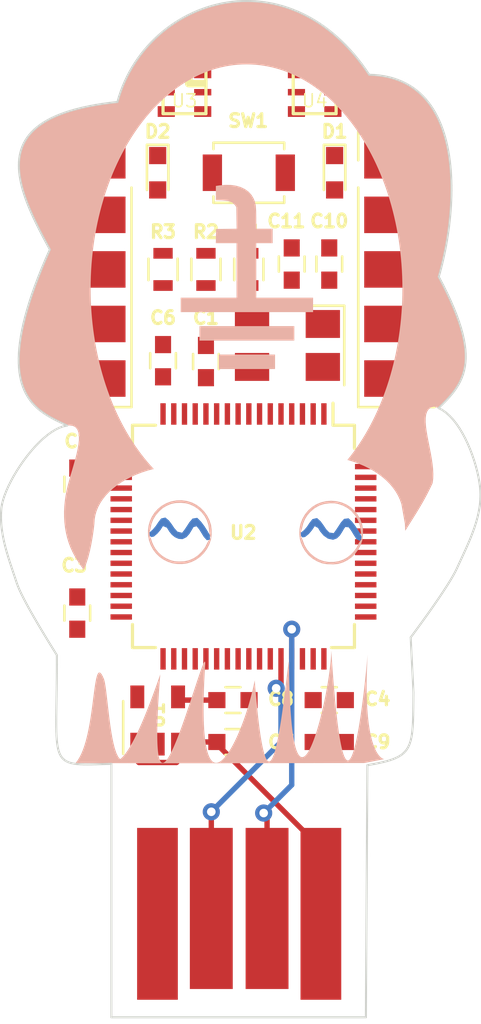
<source format=kicad_pcb>
(kicad_pcb (version 20171130) (host pcbnew "(6.0.0-rc1-dev-1248-ged6c68a1e)")

  (general
    (thickness 1.6)
    (drawings 0)
    (tracks 30)
    (zones 0)
    (modules 26)
    (nets 67)
  )

  (page A4)
  (layers
    (0 F.Cu signal)
    (31 B.Cu signal)
    (32 B.Adhes user)
    (33 F.Adhes user)
    (34 B.Paste user)
    (35 F.Paste user)
    (36 B.SilkS user hide)
    (37 F.SilkS user)
    (38 B.Mask user)
    (39 F.Mask user)
    (40 Dwgs.User user)
    (41 Cmts.User user)
    (42 Eco1.User user)
    (43 Eco2.User user)
    (44 Edge.Cuts user)
    (45 Margin user)
    (46 B.CrtYd user)
    (47 F.CrtYd user)
    (48 B.Fab user)
    (49 F.Fab user hide)
  )

  (setup
    (last_trace_width 0.25)
    (user_trace_width 0.2)
    (trace_clearance 0.2)
    (zone_clearance 0.508)
    (zone_45_only no)
    (trace_min 0.2)
    (via_size 0.8)
    (via_drill 0.4)
    (via_min_size 0.4)
    (via_min_drill 0.3)
    (uvia_size 0.3)
    (uvia_drill 0.1)
    (uvias_allowed no)
    (uvia_min_size 0.2)
    (uvia_min_drill 0.1)
    (edge_width 0.05)
    (segment_width 0.2)
    (pcb_text_width 0.3)
    (pcb_text_size 1.5 1.5)
    (mod_edge_width 0.12)
    (mod_text_size 1 1)
    (mod_text_width 0.15)
    (pad_size 1.524 1.524)
    (pad_drill 0.762)
    (pad_to_mask_clearance 0.051)
    (solder_mask_min_width 0.25)
    (aux_axis_origin 0 0)
    (visible_elements 7FFFFFFF)
    (pcbplotparams
      (layerselection 0x010fc_ffffffff)
      (usegerberextensions false)
      (usegerberattributes false)
      (usegerberadvancedattributes false)
      (creategerberjobfile false)
      (excludeedgelayer true)
      (linewidth 0.100000)
      (plotframeref false)
      (viasonmask false)
      (mode 1)
      (useauxorigin false)
      (hpglpennumber 1)
      (hpglpenspeed 20)
      (hpglpendiameter 15.000000)
      (psnegative false)
      (psa4output false)
      (plotreference true)
      (plotvalue true)
      (plotinvisibletext false)
      (padsonsilk false)
      (subtractmaskfromsilk false)
      (outputformat 1)
      (mirror false)
      (drillshape 1)
      (scaleselection 1)
      (outputdirectory ""))
  )

  (net 0 "")
  (net 1 GND)
  (net 2 /RESET)
  (net 3 +3V3)
  (net 4 "Net-(C3-Pad1)")
  (net 5 "Net-(C4-Pad1)")
  (net 6 "Net-(C5-Pad1)")
  (net 7 "Net-(C6-Pad1)")
  (net 8 +5V)
  (net 9 "Net-(C8-Pad1)")
  (net 10 "Net-(C10-Pad1)")
  (net 11 "Net-(C11-Pad1)")
  (net 12 "Net-(D1-Pad2)")
  (net 13 "Net-(D2-Pad2)")
  (net 14 /SWCLK)
  (net 15 /SWDIO)
  (net 16 /USART1_TX)
  (net 17 /USART1_RX)
  (net 18 /PB0)
  (net 19 /PB1)
  (net 20 /BUTTON)
  (net 21 /LED)
  (net 22 "Net-(U2-Pad2)")
  (net 23 "Net-(U2-Pad3)")
  (net 24 "Net-(U2-Pad4)")
  (net 25 "Net-(U2-Pad8)")
  (net 26 "Net-(U2-Pad9)")
  (net 27 "Net-(U2-Pad10)")
  (net 28 "Net-(U2-Pad11)")
  (net 29 "Net-(U2-Pad14)")
  (net 30 "Net-(U2-Pad15)")
  (net 31 "Net-(U2-Pad16)")
  (net 32 "Net-(U2-Pad17)")
  (net 33 "Net-(U2-Pad20)")
  (net 34 "Net-(U2-Pad21)")
  (net 35 "Net-(U2-Pad22)")
  (net 36 "Net-(U2-Pad23)")
  (net 37 "Net-(U2-Pad24)")
  (net 38 "Net-(U2-Pad25)")
  (net 39 "Net-(U2-Pad29)")
  (net 40 "Net-(U2-Pad30)")
  (net 41 "Net-(U2-Pad33)")
  (net 42 "Net-(U2-Pad34)")
  (net 43 "Net-(U2-Pad35)")
  (net 44 "Net-(U2-Pad36)")
  (net 45 "Net-(U2-Pad37)")
  (net 46 "Net-(U2-Pad38)")
  (net 47 "Net-(U2-Pad39)")
  (net 48 "Net-(U2-Pad40)")
  (net 49 "Net-(U2-Pad41)")
  (net 50 "Net-(U2-Pad42)")
  (net 51 "Net-(U2-Pad43)")
  (net 52 /USB_DM)
  (net 53 /USB_DP)
  (net 54 "Net-(U2-Pad50)")
  (net 55 "Net-(U2-Pad51)")
  (net 56 "Net-(U2-Pad52)")
  (net 57 "Net-(U2-Pad53)")
  (net 58 "Net-(U2-Pad54)")
  (net 59 /SPI1_SCK)
  (net 60 "Net-(U2-Pad56)")
  (net 61 /SPI1_MOSI)
  (net 62 "Net-(U2-Pad62)")
  (net 63 "Net-(U3-Pad1)")
  (net 64 "Net-(U3-Pad6)")
  (net 65 "Net-(U4-Pad1)")
  (net 66 "Net-(U4-Pad6)")

  (net_class Default "This is the default net class."
    (clearance 0.2)
    (trace_width 0.25)
    (via_dia 0.8)
    (via_drill 0.4)
    (uvia_dia 0.3)
    (uvia_drill 0.1)
    (add_net +3V3)
    (add_net +5V)
    (add_net /BUTTON)
    (add_net /LED)
    (add_net /PB0)
    (add_net /PB1)
    (add_net /RESET)
    (add_net /SPI1_MOSI)
    (add_net /SPI1_SCK)
    (add_net /SWCLK)
    (add_net /SWDIO)
    (add_net /USART1_RX)
    (add_net /USART1_TX)
    (add_net /USB_DM)
    (add_net /USB_DP)
    (add_net GND)
    (add_net "Net-(C10-Pad1)")
    (add_net "Net-(C11-Pad1)")
    (add_net "Net-(C3-Pad1)")
    (add_net "Net-(C4-Pad1)")
    (add_net "Net-(C5-Pad1)")
    (add_net "Net-(C6-Pad1)")
    (add_net "Net-(C8-Pad1)")
    (add_net "Net-(D1-Pad2)")
    (add_net "Net-(D2-Pad2)")
    (add_net "Net-(U2-Pad10)")
    (add_net "Net-(U2-Pad11)")
    (add_net "Net-(U2-Pad14)")
    (add_net "Net-(U2-Pad15)")
    (add_net "Net-(U2-Pad16)")
    (add_net "Net-(U2-Pad17)")
    (add_net "Net-(U2-Pad2)")
    (add_net "Net-(U2-Pad20)")
    (add_net "Net-(U2-Pad21)")
    (add_net "Net-(U2-Pad22)")
    (add_net "Net-(U2-Pad23)")
    (add_net "Net-(U2-Pad24)")
    (add_net "Net-(U2-Pad25)")
    (add_net "Net-(U2-Pad29)")
    (add_net "Net-(U2-Pad3)")
    (add_net "Net-(U2-Pad30)")
    (add_net "Net-(U2-Pad33)")
    (add_net "Net-(U2-Pad34)")
    (add_net "Net-(U2-Pad35)")
    (add_net "Net-(U2-Pad36)")
    (add_net "Net-(U2-Pad37)")
    (add_net "Net-(U2-Pad38)")
    (add_net "Net-(U2-Pad39)")
    (add_net "Net-(U2-Pad4)")
    (add_net "Net-(U2-Pad40)")
    (add_net "Net-(U2-Pad41)")
    (add_net "Net-(U2-Pad42)")
    (add_net "Net-(U2-Pad43)")
    (add_net "Net-(U2-Pad50)")
    (add_net "Net-(U2-Pad51)")
    (add_net "Net-(U2-Pad52)")
    (add_net "Net-(U2-Pad53)")
    (add_net "Net-(U2-Pad54)")
    (add_net "Net-(U2-Pad56)")
    (add_net "Net-(U2-Pad62)")
    (add_net "Net-(U2-Pad8)")
    (add_net "Net-(U2-Pad9)")
    (add_net "Net-(U3-Pad1)")
    (add_net "Net-(U3-Pad6)")
    (add_net "Net-(U4-Pad1)")
    (add_net "Net-(U4-Pad6)")
  )

  (module TO_SOT_Packages_SMD:SOT-23-5 (layer F.Cu) (tedit 58CE4E7E) (tstamp 5C015ECC)
    (at 108.25 83.5 90)
    (descr "5-pin SOT23 package")
    (tags SOT-23-5)
    (path /5BFA99E0)
    (attr smd)
    (fp_text reference U1 (at 0.25 0 90) (layer F.SilkS)
      (effects (font (size 0.6 0.6) (thickness 0.15)))
    )
    (fp_text value LP2985-3.3 (at 0 2.9 90) (layer F.Fab)
      (effects (font (size 1 1) (thickness 0.15)))
    )
    (fp_line (start 0.9 -1.55) (end 0.9 1.55) (layer F.Fab) (width 0.1))
    (fp_line (start 0.9 1.55) (end -0.9 1.55) (layer F.Fab) (width 0.1))
    (fp_line (start -0.9 -0.9) (end -0.9 1.55) (layer F.Fab) (width 0.1))
    (fp_line (start 0.9 -1.55) (end -0.25 -1.55) (layer F.Fab) (width 0.1))
    (fp_line (start -0.9 -0.9) (end -0.25 -1.55) (layer F.Fab) (width 0.1))
    (fp_line (start -1.9 1.8) (end -1.9 -1.8) (layer F.CrtYd) (width 0.05))
    (fp_line (start 1.9 1.8) (end -1.9 1.8) (layer F.CrtYd) (width 0.05))
    (fp_line (start 1.9 -1.8) (end 1.9 1.8) (layer F.CrtYd) (width 0.05))
    (fp_line (start -1.9 -1.8) (end 1.9 -1.8) (layer F.CrtYd) (width 0.05))
    (fp_line (start 0.9 -1.61) (end -1.55 -1.61) (layer F.SilkS) (width 0.12))
    (fp_line (start -0.9 1.61) (end 0.9 1.61) (layer F.SilkS) (width 0.12))
    (fp_text user %R (at 0 0 180) (layer F.Fab)
      (effects (font (size 0.5 0.5) (thickness 0.075)))
    )
    (pad 5 smd rect (at 1.1 -0.95 90) (size 1.06 0.65) (layers F.Cu F.Paste F.Mask)
      (net 3 +3V3))
    (pad 4 smd rect (at 1.1 0.95 90) (size 1.06 0.65) (layers F.Cu F.Paste F.Mask)
      (net 9 "Net-(C8-Pad1)"))
    (pad 3 smd rect (at -1.1 0.95 90) (size 1.06 0.65) (layers F.Cu F.Paste F.Mask)
      (net 8 +5V))
    (pad 2 smd rect (at -1.1 0 90) (size 1.06 0.65) (layers F.Cu F.Paste F.Mask)
      (net 1 GND))
    (pad 1 smd rect (at -1.1 -0.95 90) (size 1.06 0.65) (layers F.Cu F.Paste F.Mask)
      (net 8 +5V))
    (model ${KISYS3DMOD}/TO_SOT_Packages_SMD.3dshapes/SOT-23-5.wrl
      (at (xyz 0 0 0))
      (scale (xyz 1 1 1))
      (rotate (xyz 0 0 0))
    )
  )

  (module footprints:outline (layer B.Cu) (tedit 5C009B0B) (tstamp 5C011D58)
    (at 111.76 73.66 180)
    (descr "Imported from cuttlefist2.svg")
    (tags svg2mod)
    (attr smd)
    (fp_text reference svg2mod (at 0 23.868305 180) (layer B.SilkS) hide
      (effects (font (size 1.524 1.524) (thickness 0.3048)) (justify mirror))
    )
    (fp_text value G*** (at 0 -23.868305 180) (layer B.SilkS) hide
      (effects (font (size 1.524 1.524) (thickness 0.3048)) (justify mirror))
    )
    (fp_poly (pts (xy -0.822548 23.65239) (xy -1.039374 23.641939) (xy -1.256712 23.623415) (xy -1.47439 23.596711)
      (xy -1.692235 23.56172) (xy -1.910077 23.518333) (xy -2.127743 23.466442) (xy -2.345061 23.405941)
      (xy -2.561858 23.33672) (xy -2.777964 23.258673) (xy -2.993205 23.171692) (xy -3.207411 23.075669)
      (xy -3.420408 22.970495) (xy -3.632026 22.856064) (xy -3.842091 22.732267) (xy -4.050433 22.598998)
      (xy -4.256878 22.456147) (xy -4.461255 22.303608) (xy -4.663392 22.141272) (xy -4.863117 21.969032)
      (xy -5.060258 21.78678) (xy -5.254643 21.594408) (xy -5.4461 21.391809) (xy -5.634456 21.178874)
      (xy -5.819541 20.955497) (xy -6.001181 20.721569) (xy -6.179206 20.476982) (xy -6.353442 20.221628)
      (xy -6.601728 20.210119) (xy -6.840092 20.186555) (xy -7.068692 20.151271) (xy -7.287689 20.1046)
      (xy -7.497244 20.046875) (xy -7.697518 19.978431) (xy -7.88867 19.899601) (xy -8.070861 19.810718)
      (xy -8.244251 19.712117) (xy -8.409002 19.604131) (xy -8.565272 19.487094) (xy -8.713223 19.361339)
      (xy -8.853015 19.2272) (xy -8.984808 19.085012) (xy -9.108763 18.935106) (xy -9.225041 18.777817)
      (xy -9.333801 18.61348) (xy -9.435203 18.442426) (xy -9.52941 18.264991) (xy -9.61658 18.081508)
      (xy -9.696874 17.89231) (xy -9.770453 17.697731) (xy -9.837476 17.498104) (xy -9.898106 17.293764)
      (xy -9.9525 17.085045) (xy -10.000822 16.872279) (xy -10.043229 16.6558) (xy -10.079884 16.435943)
      (xy -10.110946 16.21304) (xy -10.136576 15.987426) (xy -10.156934 15.759434) (xy -10.172181 15.529397)
      (xy -10.182476 15.29765) (xy -10.187981 15.064527) (xy -10.188856 14.830359) (xy -10.185261 14.595483)
      (xy -10.177356 14.36023) (xy -10.165303 14.124936) (xy -10.149261 13.889932) (xy -10.12939 13.655554)
      (xy -10.105852 13.422135) (xy -10.078807 13.190008) (xy -10.048414 12.959507) (xy -10.014835 12.730966)
      (xy -9.978229 12.504718) (xy -9.938758 12.281098) (xy -9.896582 12.060438) (xy -9.85186 11.843073)
      (xy -9.804754 11.629336) (xy -9.755423 11.419561) (xy -9.704029 11.214081) (xy -9.650731 11.01323)
      (xy -9.59569 10.817342) (xy -9.800703 10.424374) (xy -9.985554 10.050938) (xy -10.150815 9.696272)
      (xy -10.297055 9.359618) (xy -10.424846 9.040214) (xy -10.534756 8.737301) (xy -10.627357 8.450118)
      (xy -10.70322 8.177906) (xy -10.762913 7.919902) (xy -10.807008 7.675349) (xy -10.836075 7.443484)
      (xy -10.850684 7.223549) (xy -10.851405 7.014782) (xy -10.83881 6.816424) (xy -10.813468 6.627715)
      (xy -10.775949 6.447893) (xy -10.726824 6.276199) (xy -10.666664 6.111872) (xy -10.596038 5.954153)
      (xy -10.515517 5.802281) (xy -10.425671 5.655495) (xy -10.327071 5.513036) (xy -10.220286 5.374143)
      (xy -10.105888 5.238057) (xy -9.984446 5.104016) (xy -9.856531 4.97126) (xy -9.722713 4.83903)
      (xy -9.583563 4.706565) (xy -9.37355 4.776015) (xy -9.233121 4.730977) (xy -9.127809 4.650964)
      (xy -9.054048 4.539152) (xy -9.008273 4.398718) (xy -8.986919 4.232839) (xy -8.986422 4.044692)
      (xy -9.003216 3.837452) (xy -9.033736 3.614299) (xy -9.074418 3.378407) (xy -9.121697 3.132954)
      (xy -9.172007 2.881116) (xy -9.221784 2.626071) (xy -9.267463 2.370996) (xy -9.305478 2.119066)
      (xy -9.332265 1.873459) (xy -9.34426 1.637351) (xy -9.337896 1.41392) (xy -9.309609 1.206342)
      (xy -9.188741 0.953862) (xy -9.070129 0.719205) (xy -8.952362 0.498253) (xy -8.834028 0.286886)
      (xy -8.713712 0.080987) (xy -8.590004 -0.123563) (xy -8.461491 -0.330883) (xy -8.32676 -0.545091)
      (xy -8.184399 -0.770307) (xy -8.032995 -1.010647) (xy -8.015906 -0.67771) (xy -7.852746 0.238961)
      (xy -7.780832 0.440621) (xy -7.689465 0.635323) (xy -7.579358 0.822685) (xy -7.451224 1.002325)
      (xy -7.305777 1.173862) (xy -7.143729 1.336913) (xy -6.965795 1.491097) (xy -6.772688 1.636032)
      (xy -6.56512 1.771336) (xy -6.343806 1.896628) (xy -6.109458 2.011525) (xy -5.862789 2.115647)
      (xy -5.604514 2.208611) (xy -5.335346 2.290035) (xy -5.481363 2.473014) (xy -5.623543 2.660974)
      (xy -5.761844 2.853787) (xy -5.896225 3.051323) (xy -6.026644 3.253454) (xy -6.15306 3.460051)
      (xy -6.275431 3.670985) (xy -6.393716 3.886127) (xy -6.507873 4.105347) (xy -6.61786 4.328518)
      (xy -6.723636 4.55551) (xy -6.82516 4.786194) (xy -6.922389 5.020441) (xy -7.015283 5.258122)
      (xy -7.1038 5.499109) (xy -7.187898 5.743272) (xy -7.267536 5.990483) (xy -7.342672 6.240612)
      (xy -7.413264 6.493531) (xy -7.479272 6.74911) (xy -7.540654 7.007222) (xy -7.597367 7.267736)
      (xy -7.649372 7.530524) (xy -7.696625 7.795457) (xy -7.739085 8.062406) (xy -7.776712 8.331242)
      (xy -7.809463 8.601836) (xy -7.837297 8.87406) (xy -7.860172 9.147784) (xy -7.878046 9.422879)
      (xy -7.89088 9.699216) (xy -7.898629 9.976667) (xy -7.901254 10.255103) (xy -7.898463 10.547604)
      (xy -7.890135 10.838116) (xy -7.876343 11.126536) (xy -7.857159 11.412757) (xy -7.832657 11.696677)
      (xy -7.802909 11.978188) (xy -7.767989 12.257188) (xy -7.727969 12.533571) (xy -7.682922 12.807232)
      (xy -7.63292 13.078067) (xy -7.578038 13.345971) (xy -7.518348 13.610839) (xy -7.453922 13.872566)
      (xy -7.384833 14.131048) (xy -7.311155 14.38618) (xy -7.23296 14.637857) (xy -7.150322 14.885974)
      (xy -7.063312 15.130427) (xy -6.972004 15.37111) (xy -6.876471 15.60792) (xy -6.776785 15.84075)
      (xy -6.67302 16.069498) (xy -6.565248 16.294057) (xy -6.453543 16.514323) (xy -6.337977 16.730191)
      (xy -6.218622 16.941557) (xy -6.095553 17.148315) (xy -5.968841 17.350362) (xy -5.83856 17.547591)
      (xy -5.704782 17.739899) (xy -5.567581 17.927181) (xy -5.427029 18.109331) (xy -5.283199 18.286246)
      (xy -5.136164 18.45782) (xy -4.985997 18.623949) (xy -4.83277 18.784527) (xy -4.676557 18.939451)
      (xy -4.517431 19.088615) (xy -4.355464 19.231915) (xy -4.19073 19.369245) (xy -4.0233 19.500501)
      (xy -3.853249 19.625579) (xy -3.680648 19.744373) (xy -3.505572 19.856779) (xy -3.328092 19.962692)
      (xy -3.148281 20.062008) (xy -2.966213 20.154621) (xy -2.78196 20.240426) (xy -2.595595 20.31932)
      (xy -2.407191 20.391196) (xy -2.216821 20.455951) (xy -2.024558 20.51348) (xy -1.830474 20.563678)
      (xy -1.634643 20.60644) (xy -1.437138 20.641661) (xy -1.238031 20.669237) (xy -1.037394 20.689063)
      (xy -0.835302 20.701034) (xy -0.631827 20.705045) (xy -0.428352 20.701034) (xy -0.22626 20.689063)
      (xy -0.025624 20.669237) (xy 0.173484 20.641661) (xy 0.370989 20.60644) (xy 0.56682 20.563678)
      (xy 0.760904 20.51348) (xy 0.953167 20.455951) (xy 1.143537 20.391196) (xy 1.33194 20.31932)
      (xy 1.518305 20.240426) (xy 1.702558 20.154621) (xy 1.884626 20.062008) (xy 2.064437 19.962693)
      (xy 2.241917 19.856779) (xy 2.416994 19.744373) (xy 2.589594 19.625579) (xy 2.759646 19.500501)
      (xy 2.927075 19.369245) (xy 3.09181 19.231915) (xy 3.253777 19.088615) (xy 3.412903 18.939451)
      (xy 3.569115 18.784528) (xy 3.722342 18.623949) (xy 3.872509 18.45782) (xy 4.019544 18.286246)
      (xy 4.163374 18.109331) (xy 4.303926 17.927181) (xy 4.441127 17.739899) (xy 4.574905 17.547591)
      (xy 4.705186 17.350362) (xy 4.831898 17.148315) (xy 4.954967 16.941557) (xy 5.074322 16.730191)
      (xy 5.189888 16.514323) (xy 5.301594 16.294057) (xy 5.409365 16.069498) (xy 5.513131 15.840751)
      (xy 5.612816 15.60792) (xy 5.708349 15.37111) (xy 5.799657 15.130427) (xy 5.886667 14.885974)
      (xy 5.969306 14.637857) (xy 6.047501 14.38618) (xy 6.121179 14.131048) (xy 6.190267 13.872566)
      (xy 6.254693 13.610839) (xy 6.314384 13.345971) (xy 6.369266 13.078067) (xy 6.419267 12.807232)
      (xy 6.464314 12.533571) (xy 6.504334 12.257188) (xy 6.539254 11.978188) (xy 6.569002 11.696677)
      (xy 6.593504 11.412757) (xy 6.612688 11.126536) (xy 6.62648 10.838116) (xy 6.634809 10.547604)
      (xy 6.6376 10.255103) (xy 6.634811 9.979952) (xy 6.627023 9.705836) (xy 6.614279 9.432878)
      (xy 6.596621 9.161199) (xy 6.574091 8.890921) (xy 6.546734 8.622164) (xy 6.51459 8.355051)
      (xy 6.477703 8.089703) (xy 6.436117 7.826242) (xy 6.389872 7.564789) (xy 6.339012 7.305466)
      (xy 6.28358 7.048393) (xy 6.223618 6.793694) (xy 6.159169 6.541489) (xy 6.090276 6.291899)
      (xy 6.016981 6.045047) (xy 5.939327 5.801054) (xy 5.857357 5.560041) (xy 5.771113 5.32213)
      (xy 5.680639 5.087443) (xy 5.585975 4.8561) (xy 5.487167 4.628225) (xy 5.384255 4.403937)
      (xy 5.277283 4.183359) (xy 5.166294 3.966612) (xy 5.05133 3.753817) (xy 4.932433 3.545097)
      (xy 4.809647 3.340573) (xy 4.683014 3.140366) (xy 4.552577 2.944597) (xy 4.418378 2.75339)
      (xy 4.280461 2.566863) (xy 4.138867 2.385141) (xy 3.99364 2.208343) (xy 3.844822 2.036592)
      (xy 3.692456 1.870008) (xy 3.972919 1.794253) (xy 4.242846 1.706588) (xy 4.501406 1.607533)
      (xy 4.747763 1.497609) (xy 4.981084 1.377335) (xy 5.200535 1.247234) (xy 5.405283 1.107823)
      (xy 5.594494 0.959625) (xy 5.767334 0.803159) (xy 5.92297 0.638946) (xy 6.060567 0.467505)
      (xy 6.179293 0.289357) (xy 6.278312 0.105023) (xy 6.356793 -0.084977) (xy 6.4139 -0.280124)
      (xy 6.4488 -0.479896) (xy 6.46066 -0.683773) (xy 6.465661 -0.73243) (xy 6.481234 -0.867342)
      (xy 6.50824 -1.071921) (xy 6.547536 -1.329581) (xy 6.59998 -1.623733) (xy 6.666431 -1.93779)
      (xy 6.747747 -2.255164) (xy 6.844786 -2.559267) (xy 6.958407 -2.833513) (xy 7.109733 -2.617749)
      (xy 7.249493 -2.40711) (xy 7.373522 -2.204206) (xy 7.477652 -2.011651) (xy 7.579947 -1.786953)
      (xy 7.66624 -1.557349) (xy 7.737034 -1.323494) (xy 7.792835 -1.086042) (xy 7.834144 -0.845646)
      (xy 7.861467 -0.602962) (xy 7.875306 -0.358642) (xy 7.876164 -0.113341) (xy 7.864547 0.132287)
      (xy 7.840957 0.377587) (xy 7.805898 0.621906) (xy 7.759874 0.86459) (xy 7.710156 1.075783)
      (xy 7.649016 1.303686) (xy 7.580085 1.544099) (xy 7.506993 1.792825) (xy 7.433372 2.045663)
      (xy 7.362852 2.298414) (xy 7.299064 2.54688) (xy 7.245639 2.786862) (xy 7.206209 3.01416)
      (xy 7.184404 3.224575) (xy 7.183855 3.413908) (xy 7.208193 3.577961) (xy 7.261048 3.712534)
      (xy 7.346052 3.813427) (xy 7.466836 3.876442) (xy 7.627031 3.89738) (xy 7.732313 3.89018)
      (xy 7.826891 3.936228) (xy 7.92451 3.982879) (xy 8.0247 4.030556) (xy 8.12699 4.079682)
      (xy 8.230908 4.130678) (xy 8.335985 4.183969) (xy 8.441749 4.239976) (xy 8.54773 4.299123)
      (xy 8.653457 4.361831) (xy 8.758459 4.428523) (xy 8.862266 4.499623) (xy 8.964406 4.575553)
      (xy 9.064409 4.656735) (xy 9.161803 4.743592) (xy 9.25612 4.836547) (xy 9.346887 4.936022)
      (xy 9.433633 5.04244) (xy 9.515889 5.156224) (xy 9.593183 5.277796) (xy 9.665045 5.407579)
      (xy 9.731003 5.545996) (xy 9.790587 5.693469) (xy 9.843326 5.850421) (xy 9.88875 6.017274)
      (xy 9.926388 6.194452) (xy 9.955768 6.382377) (xy 9.976421 6.581471) (xy 9.987875 6.792157)
      (xy 9.98966 7.014858) (xy 9.981304 7.249997) (xy 9.962338 7.497995) (xy 9.93229 7.759277)
      (xy 9.890689 8.034264) (xy 9.837066 8.323379) (xy 9.770948 8.627044) (xy 9.691866 8.945683)
      (xy 9.599348 9.279718) (xy 9.492924 9.629572) (xy 9.372123 9.995667) (xy 9.236474 10.378426)
      (xy 9.085506 10.778271) (xy 8.918749 11.195626) (xy 8.735733 11.630912) (xy 8.535985 12.084553)
      (xy 8.639285 12.273992) (xy 8.7413 12.463079) (xy 8.841687 12.651704) (xy 8.940102 12.839756)
      (xy 9.0362 13.027124) (xy 9.129639 13.213697) (xy 9.220073 13.399365) (xy 9.30716 13.584016)
      (xy 9.390554 13.76754) (xy 9.469913 13.949825) (xy 9.544892 14.130761) (xy 9.615148 14.310238)
      (xy 9.680336 14.488144) (xy 9.740113 14.664368) (xy 9.794135 14.838799) (xy 9.842057 15.011327)
      (xy 9.883537 15.181841) (xy 9.918229 15.35023) (xy 9.94579 15.516383) (xy 9.965877 15.680189)
      (xy 9.978145 15.841537) (xy 9.98225 16.000317) (xy 9.977848 16.156417) (xy 9.964597 16.309728)
      (xy 9.94215 16.460137) (xy 9.910166 16.607534) (xy 9.868299 16.751808) (xy 9.816206 16.892849)
      (xy 9.753544 17.030545) (xy 9.679967 17.164786) (xy 9.595132 17.29546) (xy 9.498696 17.422458)
      (xy 9.390314 17.545667) (xy 9.269643 17.664978) (xy 9.136338 17.780279) (xy 8.990056 17.891459)
      (xy 8.830452 17.998408) (xy 8.657184 18.101015) (xy 8.469906 18.199169) (xy 8.268275 18.292759)
      (xy 8.051947 18.381674) (xy 7.820579 18.465803) (xy 7.573825 18.545035) (xy 7.311344 18.619261)
      (xy 7.032789 18.688368) (xy 6.737818 18.752246) (xy 6.426087 18.810783) (xy 6.097251 18.863871)
      (xy 5.750968 18.911396) (xy 5.386892 18.953249) (xy 5.314925 19.199239) (xy 5.233917 19.440329)
      (xy 5.144112 19.676365) (xy 5.045752 19.907197) (xy 4.939082 20.13267) (xy 4.824344 20.352632)
      (xy 4.701782 20.566931) (xy 4.571639 20.775415) (xy 4.434159 20.97793) (xy 4.289584 21.174324)
      (xy 4.138159 21.364446) (xy 3.980126 21.548141) (xy 3.81573 21.725258) (xy 3.645212 21.895645)
      (xy 3.468817 22.059147) (xy 3.286787 22.215614) (xy 3.099367 22.364893) (xy 2.9068 22.50683)
      (xy 2.709328 22.641274) (xy 2.507196 22.768072) (xy 2.300646 22.887072) (xy 2.089922 22.99812)
      (xy 1.875267 23.101064) (xy 1.656925 23.195753) (xy 1.435138 23.282033) (xy 1.210151 23.359751)
      (xy 0.982206 23.428756) (xy 0.751548 23.488894) (xy 0.518418 23.540014) (xy 0.283061 23.581962)
      (xy 0.04572 23.614587) (xy -0.193362 23.637735) (xy -0.433941 23.651254) (xy -0.627904 23.654991)
      (xy -0.822548 23.652354) (xy -0.822548 23.65239)) (layer B.SilkS) (width 0))
    (fp_poly (pts (xy -4.585695 -6.578223) (xy -4.611157 -6.966984) (xy -4.636801 -7.33772) (xy -4.662617 -7.690751)
      (xy -4.688593 -8.026395) (xy -4.714717 -8.344971) (xy -4.740978 -8.646799) (xy -4.767364 -8.932197)
      (xy -4.793865 -9.201484) (xy -4.820469 -9.45498) (xy -4.847164 -9.693002) (xy -4.873939 -9.915872)
      (xy -4.900784 -10.123906) (xy -4.927685 -10.317425) (xy -4.954633 -10.496748) (xy -4.981616 -10.662192)
      (xy -5.008621 -10.814078) (xy -5.035639 -10.952725) (xy -5.062657 -11.07845) (xy -5.089665 -11.191574)
      (xy -5.11665 -11.292416) (xy -5.143602 -11.381294) (xy -5.170509 -11.458527) (xy -5.19736 -11.524435)
      (xy -5.224143 -11.579336) (xy -5.250848 -11.623549) (xy -5.277461 -11.657394) (xy -5.303973 -11.681189)
      (xy -5.330373 -11.695254) (xy -5.356647 -11.699907) (xy -5.382786 -11.695467) (xy -5.408778 -11.682254)
      (xy -5.434611 -11.660587) (xy -5.460274 -11.630784) (xy -5.485756 -11.593164) (xy -5.511045 -11.548046)
      (xy -5.53613 -11.495751) (xy -5.561 -11.436595) (xy -5.585643 -11.370899) (xy -5.610047 -11.298982)
      (xy -5.634203 -11.221162) (xy -5.658097 -11.137758) (xy -5.68172 -11.04909) (xy -5.705058 -10.955477)
      (xy -5.728102 -10.857237) (xy -5.750839 -10.754689) (xy -5.773259 -10.648153) (xy -5.79535 -10.537948)
      (xy -5.8171 -10.424392) (xy -5.838498 -10.307804) (xy -5.859533 -10.188504) (xy -5.880194 -10.066811)
      (xy -5.900469 -9.943043) (xy -5.920346 -9.817519) (xy -5.939815 -9.690559) (xy -5.958864 -9.562482)
      (xy -5.977481 -9.433606) (xy -5.995656 -9.304251) (xy -6.013376 -9.174735) (xy -6.030632 -9.045378)
      (xy -6.04741 -8.916499) (xy -6.0637 -8.788416) (xy -6.07949 -8.661448) (xy -6.09477 -8.535915)
      (xy -6.109527 -8.412136) (xy -6.12375 -8.290429) (xy -6.137429 -8.171114) (xy -6.150551 -8.05451)
      (xy -6.163105 -7.940935) (xy -6.17508 -7.830709) (xy -6.186464 -7.72415) (xy -6.197247 -7.621578)
      (xy -6.207416 -7.523312) (xy -6.216961 -7.42967) (xy -6.22587 -7.340972) (xy -6.234131 -7.257536)
      (xy -6.241733 -7.179683) (xy -6.248666 -7.107729) (xy -6.254917 -7.041996) (xy -6.260475 -6.982801)
      (xy -6.265329 -6.930464) (xy -6.269467 -6.885303) (xy -6.272879 -6.847638) (xy -6.275552 -6.817788)
      (xy -6.277475 -6.796071) (xy -6.278638 -6.782808) (xy -6.279028 -6.778315) (xy -6.250662 -7.37777)
      (xy -6.236109 -7.925795) (xy -6.234199 -8.424697) (xy -6.243766 -8.876783) (xy -6.263641 -9.284358)
      (xy -6.292658 -9.649729) (xy -6.329647 -9.975201) (xy -6.373442 -10.263081) (xy -6.422874 -10.515675)
      (xy -6.476776 -10.735289) (xy -6.533981 -10.92423) (xy -6.593319 -11.084802) (xy -6.653625 -11.219313)
      (xy -6.713729 -11.330068) (xy -6.772464 -11.419374) (xy -6.828663 -11.489537) (xy -6.881157 -11.542863)
      (xy -6.928779 -11.581657) (xy -6.970361 -11.608227) (xy -7.004735 -11.624878) (xy -7.030734 -11.633917)
      (xy -7.047189 -11.637648) (xy -7.052934 -11.63838) (xy -6.126341 -11.81918) (xy -5.862045 -11.819512)
      (xy -5.597715 -11.819865) (xy -5.333354 -11.820234) (xy -5.068966 -11.82062) (xy -4.804554 -11.821018)
      (xy -4.540118 -11.821429) (xy -4.275664 -11.821849) (xy -4.011193 -11.822276) (xy -3.746707 -11.822709)
      (xy -3.482211 -11.823146) (xy -3.217706 -11.823583) (xy -2.953195 -11.824021) (xy -2.688681 -11.824456)
      (xy -2.424166 -11.824886) (xy -2.159654 -11.825309) (xy -1.895147 -11.825725) (xy -1.630648 -11.826129)
      (xy -1.36616 -11.826521) (xy -1.101684 -11.826898) (xy -0.837225 -11.827258) (xy -0.572785 -11.8276)
      (xy -0.308365 -11.827921) (xy -0.043971 -11.82822) (xy 0.220397 -11.828494) (xy 0.484736 -11.828741)
      (xy 0.749042 -11.828959) (xy 1.013313 -11.829146) (xy 1.277546 -11.829301) (xy 1.541739 -11.829421)
      (xy 1.805888 -11.829504) (xy 2.069991 -11.829549) (xy 2.334046 -11.829552) (xy 2.598049 -11.829513)
      (xy 2.861998 -11.829429) (xy 3.12589 -11.829297) (xy 3.389722 -11.829118) (xy 3.653492 -11.828887)
      (xy 3.917197 -11.828603) (xy 4.180834 -11.828264) (xy 4.4444 -11.827869) (xy 4.707893 -11.827414)
      (xy 4.97131 -11.826899) (xy 5.234649 -11.82632) (xy 5.497906 -11.825677) (xy 5.761079 -11.824966)
      (xy 6.024164 -11.824186) (xy 6.287161 -11.823336) (xy 6.550064 -11.822412) (xy 6.812873 -11.821413)
      (xy 7.075584 -11.820338) (xy 7.338194 -11.819183) (xy 7.238493 -11.688389) (xy 7.147477 -11.537714)
      (xy 7.06461 -11.369341) (xy 6.989353 -11.185448) (xy 6.921168 -10.988219) (xy 6.859518 -10.779833)
      (xy 6.803865 -10.562472) (xy 6.753671 -10.338316) (xy 6.708398 -10.109548) (xy 6.667508 -9.878348)
      (xy 6.630464 -9.646897) (xy 6.596728 -9.417376) (xy 6.565761 -9.191966) (xy 6.537027 -8.972848)
      (xy 6.509986 -8.762204) (xy 6.484102 -8.562215) (xy 6.458836 -8.375061) (xy 6.433651 -8.202923)
      (xy 6.408008 -8.047984) (xy 6.381371 -7.912423) (xy 6.3532 -7.798422) (xy 6.322959 -7.708161)
      (xy 6.290109 -7.643823) (xy 6.254113 -7.607588) (xy 6.214433 -7.601637) (xy 6.17053 -7.628151)
      (xy 6.121868 -7.689312) (xy 6.067908 -7.787299) (xy 6.008112 -7.924296) (xy 5.97452 -8.058201)
      (xy 5.942157 -8.244061) (xy 5.910202 -8.473638) (xy 5.877836 -8.738694) (xy 5.844242 -9.030993)
      (xy 5.808601 -9.342297) (xy 5.770093 -9.664369) (xy 5.727899 -9.988972) (xy 5.681202 -10.307869)
      (xy 5.629182 -10.612821) (xy 5.57102 -10.895593) (xy 5.505898 -11.147946) (xy 5.432997 -11.361644)
      (xy 5.351497 -11.528449) (xy 5.260582 -11.640124) (xy 5.194074 -11.584048) (xy 5.123116 -11.512383)
      (xy 5.04751 -11.423843) (xy 4.967057 -11.317142) (xy 4.881559 -11.190995) (xy 4.790818 -11.044114)
      (xy 4.694635 -10.875215) (xy 4.592811 -10.68301) (xy 4.485149 -10.466214) (xy 4.371449 -10.223541)
      (xy 4.251513 -9.953704) (xy 4.125144 -9.655418) (xy 3.992142 -9.327397) (xy 3.852309 -8.968353)
      (xy 3.705446 -8.577002) (xy 3.551356 -8.152058) (xy 3.389839 -7.692233) (xy 3.414603 -8.012367)
      (xy 3.436814 -8.317397) (xy 3.456523 -8.607587) (xy 3.47378 -8.883204) (xy 3.488635 -9.14451)
      (xy 3.501139 -9.391771) (xy 3.511341 -9.625253) (xy 3.519291 -9.845218) (xy 3.525041 -10.051933)
      (xy 3.528641 -10.245662) (xy 3.53014 -10.42667) (xy 3.529589 -10.595221) (xy 3.527038 -10.751581)
      (xy 3.522537 -10.896014) (xy 3.516137 -11.028784) (xy 3.507888 -11.150157) (xy 3.49784 -11.260397)
      (xy 3.486044 -11.35977) (xy 3.472549 -11.448539) (xy 3.457406 -11.52697) (xy 3.440665 -11.595327)
      (xy 3.422376 -11.653875) (xy 3.40259 -11.702879) (xy 3.381357 -11.742604) (xy 3.358727 -11.773314)
      (xy 3.334751 -11.795274) (xy 3.309478 -11.808749) (xy 3.282959 -11.814003) (xy 3.255244 -11.811302)
      (xy 3.226383 -11.80091) (xy 3.196427 -11.783092) (xy 3.165426 -11.758113) (xy 3.13343 -11.726237)
      (xy 3.100489 -11.687729) (xy 3.066654 -11.642854) (xy 3.031975 -11.591877) (xy 2.996502 -11.535062)
      (xy 2.960285 -11.472674) (xy 2.923375 -11.404978) (xy 2.885821 -11.332239) (xy 2.847675 -11.254722)
      (xy 2.808986 -11.17269) (xy 2.769805 -11.08641) (xy 2.730182 -10.996145) (xy 2.690166 -10.902161)
      (xy 2.649809 -10.804721) (xy 2.609161 -10.704092) (xy 2.568271 -10.600538) (xy 2.527191 -10.494323)
      (xy 2.48597 -10.385712) (xy 2.444658 -10.27497) (xy 2.403307 -10.162362) (xy 2.361965 -10.048153)
      (xy 2.320684 -9.932607) (xy 2.279513 -9.815989) (xy 2.238503 -9.698563) (xy 2.197705 -9.580595)
      (xy 2.157167 -9.462349) (xy 2.116942 -9.344091) (xy 2.077078 -9.226084) (xy 2.037626 -9.108594)
      (xy 1.998636 -8.991885) (xy 1.960159 -8.876222) (xy 1.922245 -8.76187) (xy 1.884944 -8.649093)
      (xy 1.848306 -8.538157) (xy 1.812382 -8.429326) (xy 1.777222 -8.322864) (xy 1.742876 -8.219038)
      (xy 1.709394 -8.11811) (xy 1.676826 -8.020347) (xy 1.645224 -7.926012) (xy 1.614636 -7.835371)
      (xy 1.585114 -7.748689) (xy 1.556708 -7.66623) (xy 1.529467 -7.588258) (xy 1.503442 -7.515039)
      (xy 1.478684 -7.446838) (xy 1.455242 -7.383918) (xy 1.433167 -7.326546) (xy 1.412509 -7.274985)
      (xy 1.393319 -7.229501) (xy 1.375646 -7.190357) (xy 1.35954 -7.15782) (xy 1.345053 -7.132153)
      (xy 1.332234 -7.113622) (xy 1.321134 -7.102491) (xy 1.311802 -7.099025) (xy 1.30429 -7.103488)
      (xy 1.298647 -7.116146) (xy 1.294923 -7.137264) (xy 1.293169 -7.167105) (xy 1.293436 -7.205935)
      (xy 1.295772 -7.254018) (xy 1.31883 -7.638448) (xy 1.337464 -8.003248) (xy 1.351795 -8.348782)
      (xy 1.361945 -8.675409) (xy 1.368034 -8.983494) (xy 1.370183 -9.273398) (xy 1.368513 -9.545483)
      (xy 1.363144 -9.800111) (xy 1.354198 -10.037645) (xy 1.341796 -10.258447) (xy 1.326058 -10.462879)
      (xy 1.307105 -10.651303) (xy 1.285059 -10.824081) (xy 1.26004 -10.981575) (xy 1.232168 -11.124149)
      (xy 1.201566 -11.252163) (xy 1.168353 -11.365979) (xy 1.13265 -11.465962) (xy 1.09458 -11.552471)
      (xy 1.054261 -11.62587) (xy 1.011816 -11.68652) (xy 0.967365 -11.734785) (xy 0.921029 -11.771025)
      (xy 0.872929 -11.795604) (xy 0.823185 -11.808883) (xy 0.771919 -11.811224) (xy 0.719252 -11.80299)
      (xy 0.665304 -11.784543) (xy 0.610196 -11.756245) (xy 0.55405 -11.718459) (xy 0.496986 -11.671545)
      (xy 0.439124 -11.615867) (xy 0.380587 -11.551787) (xy 0.321494 -11.479667) (xy 0.261967 -11.399869)
      (xy 0.202126 -11.312755) (xy 0.142092 -11.218688) (xy 0.081987 -11.118029) (xy 0.021931 -11.011141)
      (xy -0.037955 -10.898386) (xy -0.09755 -10.780126) (xy -0.156734 -10.656723) (xy -0.215385 -10.528539)
      (xy -0.273382 -10.395938) (xy -0.330605 -10.25928) (xy -0.386933 -10.118928) (xy -0.442244 -9.975244)
      (xy -0.496418 -9.82859) (xy -0.549335 -9.679329) (xy -0.600872 -9.527823) (xy -0.65091 -9.374434)
      (xy -0.699328 -9.219523) (xy -0.746004 -9.063454) (xy -0.790817 -8.906588) (xy -0.833647 -8.749287)
      (xy -0.874374 -8.591914) (xy -0.912875 -8.434831) (xy -0.94903 -8.2784) (xy -0.982719 -8.122984)
      (xy -1.01382 -7.968943) (xy -1.040924 -8.3032) (xy -1.068116 -8.619468) (xy -1.095384 -8.918103)
      (xy -1.122718 -9.199462) (xy -1.150109 -9.463899) (xy -1.177545 -9.711773) (xy -1.205016 -9.943437)
      (xy -1.232512 -10.159249) (xy -1.260023 -10.359564) (xy -1.287538 -10.544738) (xy -1.315047 -10.715128)
      (xy -1.34254 -10.871089) (xy -1.370006 -11.012978) (xy -1.397435 -11.14115) (xy -1.424818 -11.255962)
      (xy -1.452142 -11.35777) (xy -1.479399 -11.446929) (xy -1.506578 -11.523795) (xy -1.533669 -11.588725)
      (xy -1.56066 -11.642075) (xy -1.587543 -11.684201) (xy -1.614306 -11.715458) (xy -1.64094 -11.736204)
      (xy -1.667433 -11.746793) (xy -1.693777 -11.747581) (xy -1.719959 -11.738926) (xy -1.745971 -11.721182)
      (xy -1.771802 -11.694707) (xy -1.797441 -11.659855) (xy -1.822878 -11.616983) (xy -1.848103 -11.566447)
      (xy -1.873106 -11.508603) (xy -1.897876 -11.443808) (xy -1.922403 -11.372416) (xy -1.946676 -11.294784)
      (xy -1.970686 -11.211269) (xy -1.994422 -11.122225) (xy -2.017873 -11.02801) (xy -2.04103 -10.928979)
      (xy -2.063882 -10.825488) (xy -2.086419 -10.717894) (xy -2.10863 -10.606551) (xy -2.130506 -10.491817)
      (xy -2.152035 -10.374048) (xy -2.173208 -10.253599) (xy -2.194014 -10.130826) (xy -2.214443 -10.006085)
      (xy -2.234484 -9.879733) (xy -2.254128 -9.752126) (xy -2.273364 -9.623619) (xy -2.292182 -9.494568)
      (xy -2.31057 -9.36533) (xy -2.32852 -9.236261) (xy -2.346021 -9.107716) (xy -2.363062 -8.980052)
      (xy -2.379634 -8.853624) (xy -2.395725 -8.728789) (xy -2.411325 -8.605903) (xy -2.426425 -8.485322)
      (xy -2.441014 -8.367401) (xy -2.455081 -8.252498) (xy -2.468617 -8.140967) (xy -2.48161 -8.033165)
      (xy -2.494052 -7.929447) (xy -2.50593 -7.830171) (xy -2.517236 -7.735692) (xy -2.527958 -7.646365)
      (xy -2.538087 -7.562548) (xy -2.547612 -7.484596) (xy -2.556523 -7.412864) (xy -2.564809 -7.34771)
      (xy -2.572461 -7.289489) (xy -2.579467 -7.238557) (xy -2.585818 -7.19527) (xy -2.591503 -7.159984)
      (xy -2.596512 -7.133056) (xy -2.600835 -7.114841) (xy -2.604461 -7.105695) (xy -2.60738 -7.105974)
      (xy -2.609582 -7.116035) (xy -2.611056 -7.136233) (xy -2.611793 -7.166924) (xy -2.616577 -7.532622)
      (xy -2.623319 -7.879797) (xy -2.631962 -8.208792) (xy -2.642451 -8.519951) (xy -2.654727 -8.813614)
      (xy -2.668736 -9.090125) (xy -2.684419 -9.349826) (xy -2.701721 -9.59306) (xy -2.720585 -9.820169)
      (xy -2.740954 -10.031495) (xy -2.762772 -10.227381) (xy -2.785982 -10.408169) (xy -2.810527 -10.574202)
      (xy -2.836352 -10.725823) (xy -2.863399 -10.863373) (xy -2.891611 -10.987195) (xy -2.920933 -11.097632)
      (xy -2.951307 -11.195026) (xy -2.982677 -11.279719) (xy -3.014986 -11.352054) (xy -3.048179 -11.412374)
      (xy -3.082197 -11.461021) (xy -3.116985 -11.498336) (xy -3.152486 -11.524664) (xy -3.188643 -11.540346)
      (xy -3.2254 -11.545724) (xy -3.2627 -11.541141) (xy -3.300487 -11.52694) (xy -3.338704 -11.503463)
      (xy -3.377294 -11.471053) (xy -3.416201 -11.430051) (xy -3.455368 -11.380801) (xy -3.494739 -11.323644)
      (xy -3.534257 -11.258924) (xy -3.573865 -11.186983) (xy -3.613507 -11.108162) (xy -3.653126 -11.022805)
      (xy -3.692666 -10.931255) (xy -3.73207 -10.833852) (xy -3.771281 -10.730941) (xy -3.810243 -10.622863)
      (xy -3.848899 -10.509961) (xy -3.887193 -10.392577) (xy -3.925068 -10.271054) (xy -3.962468 -10.145734)
      (xy -3.999335 -10.01696) (xy -4.035614 -9.885074) (xy -4.071247 -9.750419) (xy -4.106178 -9.613336)
      (xy -4.140351 -9.474169) (xy -4.173709 -9.33326) (xy -4.206195 -9.190951) (xy -4.237752 -9.047585)
      (xy -4.268325 -8.903504) (xy -4.297856 -8.759051) (xy -4.326289 -8.614568) (xy -4.353568 -8.470398)
      (xy -4.379635 -8.326883) (xy -4.404434 -8.184365) (xy -4.427909 -8.043187) (xy -4.450002 -7.903692)
      (xy -4.470658 -7.766221) (xy -4.48982 -7.631118) (xy -4.507431 -7.498725) (xy -4.523434 -7.369384)
      (xy -4.537774 -7.243437) (xy -4.550392 -7.121228) (xy -4.561234 -7.003098) (xy -4.570241 -6.88939)
      (xy -4.577358 -6.780446) (xy -4.582528 -6.67661) (xy -4.585695 -6.578223)) (layer B.SilkS) (width 0))
    (fp_poly (pts (xy -4.912034 -2.550958) (xy -5.325881 -2.248903) (xy -5.140465 -2.35183) (xy -4.93045 -2.421853)
      (xy -4.701056 -2.458532) (xy -4.468313 -2.460525) (xy -4.248254 -2.42649) (xy -4.248252 -2.426487)
      (xy -4.015157 -2.344178) (xy -3.801981 -2.222198) (xy -3.613763 -2.065539) (xy -3.455543 -1.879189)
      (xy -3.332363 -1.668141) (xy -3.249261 -1.437383) (xy -3.173038 -1.270502) (xy -3.160112 -1.100731)
      (xy -3.223659 -0.885396) (xy -3.275215 -0.668966) (xy -3.354961 -0.473477) (xy -3.465025 -0.294739)
      (xy -3.607532 -0.128558) (xy -3.80681 0.041016) (xy -4.024105 0.163547) (xy -4.262583 0.240419)
      (xy -4.525411 0.273018) (xy -4.732485 0.272378) (xy -4.90183 0.241798) (xy -5.136096 0.161866)
      (xy -5.345961 0.047398) (xy -5.529588 -0.100129) (xy -5.685136 -0.279238) (xy -5.810768 -0.488451)
      (xy -5.881397 -0.65427) (xy -5.9282 -0.824419) (xy -5.958982 -1.027281) (xy -6.001016 -1.267793)
      (xy -5.994176 -1.412702) (xy -5.928734 -1.488722) (xy -5.862092 -1.589596) (xy -5.774434 -1.77511)
      (xy -5.650654 -1.952316) (xy -5.498541 -2.112989) (xy -5.325881 -2.248903) (xy -4.912034 -2.550958)
      (xy -5.13431 -2.480937) (xy -5.340975 -2.37726) (xy -5.528859 -2.243017) (xy -5.694796 -2.081295)
      (xy -5.835617 -1.89518) (xy -5.948154 -1.687762) (xy -6.029239 -1.462127) (xy -6.060547 -1.233033)
      (xy -6.060547 -0.953874) (xy -6.029239 -0.72478) (xy -5.942031 -0.483128) (xy -5.821735 -0.265859)
      (xy -5.671491 -0.07539) (xy -5.494433 0.085864) (xy -5.2937 0.215488) (xy -5.072428 0.311067)
      (xy -4.833754 0.370186) (xy -4.580815 0.390429) (xy -4.33433 0.371543) (xy -4.101551 0.315993)
      (xy -3.885129 0.225444) (xy -3.687713 0.101556) (xy -3.511953 -0.054006) (xy -3.360499 -0.239579)
      (xy -3.236001 -0.453501) (xy -3.148411 -0.68255) (xy -3.100796 -0.92296) (xy -3.094276 -1.169078)
      (xy -3.11639 -1.374629) (xy -3.161638 -1.552772) (xy -3.238717 -1.737738) (xy -3.363847 -1.953735)
      (xy -3.517829 -2.140223) (xy -3.700916 -2.297418) (xy -3.913362 -2.425541) (xy -4.155422 -2.524809)
      (xy -4.380464 -2.561991) (xy -4.674275 -2.572144) (xy -4.912034 -2.550959) (xy -4.912034 -2.550958)) (layer B.SilkS) (width 0.001772))
    (fp_poly (pts (xy 2.157581 -2.530634) (xy 1.628424 -2.147887) (xy 1.821577 -2.278833) (xy 2.051313 -2.379782)
      (xy 2.270309 -2.429046) (xy 2.527924 -2.437729) (xy 2.735836 -2.422442) (xy 2.910989 -2.374589)
      (xy 2.910993 -2.374593) (xy 3.118536 -2.285473) (xy 3.303169 -2.169359) (xy 3.465662 -2.025673)
      (xy 3.606782 -1.853841) (xy 3.695334 -1.703362) (xy 3.773375 -1.528968) (xy 3.822609 -1.371545)
      (xy 3.881409 -1.263693) (xy 3.891909 -1.08187) (xy 3.843309 -0.915143) (xy 3.798737 -0.690104)
      (xy 3.716436 -0.479743) (xy 3.595945 -0.283136) (xy 3.436806 -0.099362) (xy 3.271685 0.047923)
      (xy 3.100491 0.149595) (xy 2.880177 0.241652) (xy 2.666006 0.28629) (xy 2.41753 0.291939)
      (xy 2.211176 0.274514) (xy 2.045805 0.231859) (xy 1.827351 0.136959) (xy 1.632412 0.010495)
      (xy 1.46398 -0.143701) (xy 1.325042 -0.321796) (xy 1.21859 -0.519958) (xy 1.147612 -0.734355)
      (xy 1.115099 -0.961154) (xy 1.098991 -1.121615) (xy 1.069699 -1.220363) (xy 1.034319 -1.338527)
      (xy 1.133869 -1.462172) (xy 1.192389 -1.561432) (xy 1.293514 -1.766023) (xy 1.445631 -1.969229)
      (xy 1.628424 -2.147887) (xy 2.157581 -2.530634) (xy 1.930305 -2.460681) (xy 1.718812 -2.354999)
      (xy 1.526708 -2.217137) (xy 1.357596 -2.050643) (xy 1.215082 -1.859067) (xy 1.102769 -1.645957)
      (xy 1.024262 -1.414861) (xy 0.995083 -1.202521) (xy 0.99424 -0.954118) (xy 1.021962 -0.73913)
      (xy 1.095728 -0.513787) (xy 1.203349 -0.303335) (xy 1.34123 -0.112046) (xy 1.50577 0.055806)
      (xy 1.693372 0.195948) (xy 1.900438 0.304108) (xy 2.134606 0.378667) (xy 2.381306 0.412998)
      (xy 2.632077 0.407293) (xy 2.878464 0.361746) (xy 3.112009 0.276548) (xy 3.321259 0.157286)
      (xy 3.503241 0.010428) (xy 3.656808 -0.159981) (xy 3.780813 -0.349896) (xy 3.87411 -0.555273)
      (xy 3.935553 -0.772066) (xy 3.963996 -0.996231) (xy 3.958291 -1.223723) (xy 3.917293 -1.450496)
      (xy 3.839855 -1.672507) (xy 3.724831 -1.88571) (xy 3.587756 -2.065316) (xy 3.425534 -2.221069)
      (xy 3.241464 -2.350645) (xy 3.038844 -2.451724) (xy 2.820975 -2.521981) (xy 2.608883 -2.551845)
      (xy 2.368249 -2.554997) (xy 2.157543 -2.530681) (xy 2.157581 -2.530634)) (layer B.SilkS) (width 0.001772))
    (fp_poly (pts (xy -1.962938 7.196115) (xy 0.662919 7.196115) (xy 0.662919 6.522818) (xy -1.962938 6.522818)
      (xy -1.962938 7.196115)) (layer B.SilkS) (width 0))
    (fp_poly (pts (xy -2.860666 8.520266) (xy 1.560648 8.520266) (xy 1.560648 7.84697) (xy -2.860666 7.84697)
      (xy -2.860666 8.520266)) (layer B.SilkS) (width 0))
    (fp_poly (pts (xy -3.735951 9.844417) (xy -1.087652 9.844417) (xy -1.087652 12.380504) (xy -1.342009 12.380504)
      (xy -1.596365 12.380504) (xy -1.850722 12.380504) (xy -1.850722 12.604936) (xy -1.850722 12.829369)
      (xy -1.850722 13.053801) (xy -1.596365 13.053801) (xy -1.342009 13.053801) (xy -1.087652 13.053801)
      (xy -1.087482 13.530721) (xy -1.082646 13.883019) (xy -1.064412 14.125743) (xy -1.026773 14.304207)
      (xy -0.96372 14.463726) (xy -0.860201 14.635003) (xy -0.724252 14.780995) (xy -0.558446 14.900719)
      (xy -0.365357 14.993194) (xy -0.147561 15.057438) (xy 0.09237 15.092468) (xy 0.35186 15.097305)
      (xy 0.628336 15.070964) (xy 0.797566 15.045792) (xy 0.797566 14.714525) (xy 0.797566 14.383259)
      (xy 0.511415 14.373999) (xy 0.22089 14.346087) (xy 0.03143 14.276365) (xy -0.092916 14.151604)
      (xy -0.156266 14.055942) (xy -0.163366 13.55532) (xy -0.170466 13.054696) (xy 0.068762 13.051637)
      (xy 0.307991 13.048596) (xy 0.54722 13.045556) (xy 0.786448 13.042496) (xy 0.790574 12.821804)
      (xy 0.794722 12.601112) (xy 0.798848 12.38042) (xy 0.557283 12.38042) (xy 0.315718 12.38042)
      (xy 0.074154 12.38042) (xy -0.167411 12.38042) (xy -0.167411 12.126811) (xy -0.167411 11.873203)
      (xy -0.167411 11.619594) (xy -0.167411 11.365986) (xy -0.167411 11.112377) (xy -0.167411 10.858769)
      (xy -0.167411 10.60516) (xy -0.167411 10.351552) (xy -0.167411 10.097943) (xy -0.167411 9.844334)
      (xy 2.436003 9.844334) (xy 2.436003 9.171037) (xy -3.735882 9.171037) (xy -3.735951 9.844417)) (layer B.SilkS) (width 0))
    (fp_line (start -0.822548 23.652629) (end -1.039374 23.642178) (layer Edge.Cuts) (width 0.09375))
    (fp_line (start -1.039374 23.642178) (end -1.256712 23.623654) (layer Edge.Cuts) (width 0.09375))
    (fp_line (start -1.256712 23.623654) (end -1.474389 23.59695) (layer Edge.Cuts) (width 0.09375))
    (fp_line (start -1.474389 23.59695) (end -1.692235 23.561959) (layer Edge.Cuts) (width 0.09375))
    (fp_line (start -1.692235 23.561959) (end -1.910077 23.518571) (layer Edge.Cuts) (width 0.09375))
    (fp_line (start -1.910077 23.518571) (end -2.127743 23.466681) (layer Edge.Cuts) (width 0.09375))
    (fp_line (start -2.127743 23.466681) (end -2.34506 23.406179) (layer Edge.Cuts) (width 0.09375))
    (fp_line (start -2.34506 23.406179) (end -2.561858 23.336959) (layer Edge.Cuts) (width 0.09375))
    (fp_line (start -2.561858 23.336959) (end -2.777964 23.258912) (layer Edge.Cuts) (width 0.09375))
    (fp_line (start -2.777964 23.258912) (end -2.993205 23.17193) (layer Edge.Cuts) (width 0.09375))
    (fp_line (start -2.993205 23.17193) (end -3.207411 23.075907) (layer Edge.Cuts) (width 0.09375))
    (fp_line (start -3.207411 23.075907) (end -3.420408 22.970733) (layer Edge.Cuts) (width 0.09375))
    (fp_line (start -3.420408 22.970733) (end -3.632026 22.856302) (layer Edge.Cuts) (width 0.09375))
    (fp_line (start -3.632026 22.856302) (end -3.842091 22.732505) (layer Edge.Cuts) (width 0.09375))
    (fp_line (start -3.842091 22.732505) (end -4.050432 22.599235) (layer Edge.Cuts) (width 0.09375))
    (fp_line (start -4.050432 22.599235) (end -4.256878 22.456384) (layer Edge.Cuts) (width 0.09375))
    (fp_line (start -4.256878 22.456384) (end -4.461255 22.303845) (layer Edge.Cuts) (width 0.09375))
    (fp_line (start -4.461255 22.303845) (end -4.663392 22.141509) (layer Edge.Cuts) (width 0.09375))
    (fp_line (start -4.663392 22.141509) (end -4.863117 21.969269) (layer Edge.Cuts) (width 0.09375))
    (fp_line (start -4.863117 21.969269) (end -5.060258 21.787017) (layer Edge.Cuts) (width 0.09375))
    (fp_line (start -5.060258 21.787017) (end -5.254643 21.594645) (layer Edge.Cuts) (width 0.09375))
    (fp_line (start -5.254643 21.594645) (end -5.4461 21.392046) (layer Edge.Cuts) (width 0.09375))
    (fp_line (start -5.4461 21.392046) (end -5.634456 21.179111) (layer Edge.Cuts) (width 0.09375))
    (fp_line (start -5.634456 21.179111) (end -5.819541 20.955733) (layer Edge.Cuts) (width 0.09375))
    (fp_line (start -5.819541 20.955733) (end -6.001181 20.721805) (layer Edge.Cuts) (width 0.09375))
    (fp_line (start -6.001181 20.721805) (end -6.179206 20.477218) (layer Edge.Cuts) (width 0.09375))
    (fp_line (start -6.179206 20.477218) (end -6.353442 20.221865) (layer Edge.Cuts) (width 0.09375))
    (fp_line (start -6.353442 20.221865) (end -6.601728 20.210355) (layer Edge.Cuts) (width 0.09375))
    (fp_line (start -6.601728 20.210355) (end -6.840092 20.186792) (layer Edge.Cuts) (width 0.09375))
    (fp_line (start -6.840092 20.186792) (end -7.068692 20.151507) (layer Edge.Cuts) (width 0.09375))
    (fp_line (start -7.068692 20.151507) (end -7.287689 20.104836) (layer Edge.Cuts) (width 0.09375))
    (fp_line (start -7.287689 20.104836) (end -7.497244 20.047111) (layer Edge.Cuts) (width 0.09375))
    (fp_line (start -7.497244 20.047111) (end -7.697518 19.978667) (layer Edge.Cuts) (width 0.09375))
    (fp_line (start -7.697518 19.978667) (end -7.88867 19.899837) (layer Edge.Cuts) (width 0.09375))
    (fp_line (start -7.88867 19.899837) (end -8.070861 19.810955) (layer Edge.Cuts) (width 0.09375))
    (fp_line (start -8.070861 19.810955) (end -8.244251 19.712354) (layer Edge.Cuts) (width 0.09375))
    (fp_line (start -8.244251 19.712354) (end -8.409002 19.604368) (layer Edge.Cuts) (width 0.09375))
    (fp_line (start -8.409002 19.604368) (end -8.565272 19.48733) (layer Edge.Cuts) (width 0.09375))
    (fp_line (start -8.565272 19.48733) (end -8.713223 19.361576) (layer Edge.Cuts) (width 0.09375))
    (fp_line (start -8.713223 19.361576) (end -8.853015 19.227437) (layer Edge.Cuts) (width 0.09375))
    (fp_line (start -8.853015 19.227437) (end -8.984808 19.085248) (layer Edge.Cuts) (width 0.09375))
    (fp_line (start -8.984808 19.085248) (end -9.108763 18.935342) (layer Edge.Cuts) (width 0.09375))
    (fp_line (start -9.108763 18.935342) (end -9.225041 18.778054) (layer Edge.Cuts) (width 0.09375))
    (fp_line (start -9.225041 18.778054) (end -9.333801 18.613716) (layer Edge.Cuts) (width 0.09375))
    (fp_line (start -9.333801 18.613716) (end -9.435203 18.442663) (layer Edge.Cuts) (width 0.09375))
    (fp_line (start -9.435203 18.442663) (end -9.52941 18.265228) (layer Edge.Cuts) (width 0.09375))
    (fp_line (start -9.52941 18.265228) (end -9.61658 18.081744) (layer Edge.Cuts) (width 0.09375))
    (fp_line (start -9.61658 18.081744) (end -9.696874 17.892546) (layer Edge.Cuts) (width 0.09375))
    (fp_line (start -9.696874 17.892546) (end -9.770453 17.697967) (layer Edge.Cuts) (width 0.09375))
    (fp_line (start -9.770453 17.697967) (end -9.837476 17.498341) (layer Edge.Cuts) (width 0.09375))
    (fp_line (start -9.837476 17.498341) (end -9.898106 17.294001) (layer Edge.Cuts) (width 0.09375))
    (fp_line (start -9.898106 17.294001) (end -9.9525 17.085281) (layer Edge.Cuts) (width 0.09375))
    (fp_line (start -9.9525 17.085281) (end -10.000822 16.872516) (layer Edge.Cuts) (width 0.09375))
    (fp_line (start -10.000822 16.872516) (end -10.043229 16.656037) (layer Edge.Cuts) (width 0.09375))
    (fp_line (start -10.043229 16.656037) (end -10.079884 16.43618) (layer Edge.Cuts) (width 0.09375))
    (fp_line (start -10.079884 16.43618) (end -10.110946 16.213277) (layer Edge.Cuts) (width 0.09375))
    (fp_line (start -10.110946 16.213277) (end -10.136576 15.987663) (layer Edge.Cuts) (width 0.09375))
    (fp_line (start -10.136576 15.987663) (end -10.156934 15.759671) (layer Edge.Cuts) (width 0.09375))
    (fp_line (start -10.156934 15.759671) (end -10.172181 15.529634) (layer Edge.Cuts) (width 0.09375))
    (fp_line (start -10.172181 15.529634) (end -10.182476 15.297887) (layer Edge.Cuts) (width 0.09375))
    (fp_line (start -10.182476 15.297887) (end -10.187981 15.064764) (layer Edge.Cuts) (width 0.09375))
    (fp_line (start -10.187981 15.064764) (end -10.188856 14.830597) (layer Edge.Cuts) (width 0.09375))
    (fp_line (start -10.188856 14.830597) (end -10.185261 14.59572) (layer Edge.Cuts) (width 0.09375))
    (fp_line (start -10.185261 14.59572) (end -10.177356 14.360468) (layer Edge.Cuts) (width 0.09375))
    (fp_line (start -10.177356 14.360468) (end -10.165303 14.125173) (layer Edge.Cuts) (width 0.09375))
    (fp_line (start -10.165303 14.125173) (end -10.149261 13.89017) (layer Edge.Cuts) (width 0.09375))
    (fp_line (start -10.149261 13.89017) (end -10.12939 13.655791) (layer Edge.Cuts) (width 0.09375))
    (fp_line (start -10.12939 13.655791) (end -10.105852 13.422372) (layer Edge.Cuts) (width 0.09375))
    (fp_line (start -10.105852 13.422372) (end -10.078807 13.190245) (layer Edge.Cuts) (width 0.09375))
    (fp_line (start -10.078807 13.190245) (end -10.048414 12.959744) (layer Edge.Cuts) (width 0.09375))
    (fp_line (start -10.048414 12.959744) (end -10.014835 12.731203) (layer Edge.Cuts) (width 0.09375))
    (fp_line (start -10.014835 12.731203) (end -9.978229 12.504956) (layer Edge.Cuts) (width 0.09375))
    (fp_line (start -9.978229 12.504956) (end -9.938758 12.281336) (layer Edge.Cuts) (width 0.09375))
    (fp_line (start -9.938758 12.281336) (end -9.896581 12.060676) (layer Edge.Cuts) (width 0.09375))
    (fp_line (start -9.896581 12.060676) (end -9.85186 11.843311) (layer Edge.Cuts) (width 0.09375))
    (fp_line (start -9.85186 11.843311) (end -9.804754 11.629574) (layer Edge.Cuts) (width 0.09375))
    (fp_line (start -9.804754 11.629574) (end -9.755423 11.419799) (layer Edge.Cuts) (width 0.09375))
    (fp_line (start -9.755423 11.419799) (end -9.704029 11.214319) (layer Edge.Cuts) (width 0.09375))
    (fp_line (start -9.704029 11.214319) (end -9.650731 11.013468) (layer Edge.Cuts) (width 0.09375))
    (fp_line (start -9.650731 11.013468) (end -9.59569 10.81758) (layer Edge.Cuts) (width 0.09375))
    (fp_line (start -9.59569 10.81758) (end -9.800703 10.424612) (layer Edge.Cuts) (width 0.09375))
    (fp_line (start -9.800703 10.424612) (end -9.985554 10.051176) (layer Edge.Cuts) (width 0.09375))
    (fp_line (start -9.985554 10.051176) (end -10.150815 9.69651) (layer Edge.Cuts) (width 0.09375))
    (fp_line (start -10.150815 9.69651) (end -10.297055 9.359856) (layer Edge.Cuts) (width 0.09375))
    (fp_line (start -10.297055 9.359856) (end -10.424846 9.040452) (layer Edge.Cuts) (width 0.09375))
    (fp_line (start -10.424846 9.040452) (end -10.534756 8.737539) (layer Edge.Cuts) (width 0.09375))
    (fp_line (start -10.534756 8.737539) (end -10.627358 8.450357) (layer Edge.Cuts) (width 0.09375))
    (fp_line (start -10.627358 8.450357) (end -10.70322 8.178144) (layer Edge.Cuts) (width 0.09375))
    (fp_line (start -10.70322 8.178144) (end -10.762913 7.920141) (layer Edge.Cuts) (width 0.09375))
    (fp_line (start -10.762913 7.920141) (end -10.807008 7.675588) (layer Edge.Cuts) (width 0.09375))
    (fp_line (start -10.807008 7.675588) (end -10.836075 7.443724) (layer Edge.Cuts) (width 0.09375))
    (fp_line (start -10.836075 7.443724) (end -10.850684 7.223788) (layer Edge.Cuts) (width 0.09375))
    (fp_line (start -10.850684 7.223788) (end -10.851406 7.015022) (layer Edge.Cuts) (width 0.09375))
    (fp_line (start -10.851406 7.015022) (end -10.83881 6.816664) (layer Edge.Cuts) (width 0.09375))
    (fp_line (start -10.83881 6.816664) (end -10.813468 6.627955) (layer Edge.Cuts) (width 0.09375))
    (fp_line (start -10.813468 6.627955) (end -10.775949 6.448133) (layer Edge.Cuts) (width 0.09375))
    (fp_line (start -10.775949 6.448133) (end -10.726825 6.276439) (layer Edge.Cuts) (width 0.09375))
    (fp_line (start -10.726825 6.276439) (end -10.666664 6.112113) (layer Edge.Cuts) (width 0.09375))
    (fp_line (start -10.666664 6.112113) (end -10.596038 5.954394) (layer Edge.Cuts) (width 0.09375))
    (fp_line (start -10.596038 5.954394) (end -10.515517 5.802522) (layer Edge.Cuts) (width 0.09375))
    (fp_line (start -10.515517 5.802522) (end -10.425671 5.655737) (layer Edge.Cuts) (width 0.09375))
    (fp_line (start -10.425671 5.655737) (end -10.327071 5.513278) (layer Edge.Cuts) (width 0.09375))
    (fp_line (start -10.327071 5.513278) (end -10.220286 5.374385) (layer Edge.Cuts) (width 0.09375))
    (fp_line (start -10.220286 5.374385) (end -10.105888 5.238299) (layer Edge.Cuts) (width 0.09375))
    (fp_line (start -10.105888 5.238299) (end -9.984446 5.104258) (layer Edge.Cuts) (width 0.09375))
    (fp_line (start -9.984446 5.104258) (end -9.856532 4.971503) (layer Edge.Cuts) (width 0.09375))
    (fp_line (start -9.856532 4.971503) (end -9.722714 4.839272) (layer Edge.Cuts) (width 0.09375))
    (fp_line (start -9.722714 4.839272) (end -9.583564 4.706807) (layer Edge.Cuts) (width 0.09375))
    (fp_line (start -9.583564 4.706807) (end -9.763488 4.613427) (layer Edge.Cuts) (width 0.09375))
    (fp_line (start -9.763488 4.613427) (end -9.937182 4.490887) (layer Edge.Cuts) (width 0.09375))
    (fp_line (start -9.937182 4.490887) (end -10.104238 4.341978) (layer Edge.Cuts) (width 0.09375))
    (fp_line (start -10.104238 4.341978) (end -10.264249 4.169485) (layer Edge.Cuts) (width 0.09375))
    (fp_line (start -10.264249 4.169485) (end -10.416809 3.976196) (layer Edge.Cuts) (width 0.09375))
    (fp_line (start -10.416809 3.976196) (end -10.561511 3.764899) (layer Edge.Cuts) (width 0.09375))
    (fp_line (start -10.561511 3.764899) (end -10.697949 3.538382) (layer Edge.Cuts) (width 0.09375))
    (fp_line (start -10.697949 3.538382) (end -10.825716 3.299433) (layer Edge.Cuts) (width 0.09375))
    (fp_line (start -10.825716 3.299433) (end -10.944406 3.050837) (layer Edge.Cuts) (width 0.09375))
    (fp_line (start -10.944406 3.050837) (end -11.053611 2.795384) (layer Edge.Cuts) (width 0.09375))
    (fp_line (start -11.053611 2.795384) (end -11.152926 2.535861) (layer Edge.Cuts) (width 0.09375))
    (fp_line (start -11.152926 2.535861) (end -11.241943 2.275055) (layer Edge.Cuts) (width 0.09375))
    (fp_line (start -11.241943 2.275055) (end -11.320256 2.015755) (layer Edge.Cuts) (width 0.09375))
    (fp_line (start -11.320256 2.015755) (end -11.387459 1.760746) (layer Edge.Cuts) (width 0.09375))
    (fp_line (start -11.387459 1.760746) (end -11.443144 1.512818) (layer Edge.Cuts) (width 0.09375))
    (fp_line (start -11.443144 1.512818) (end -11.486906 1.274758) (layer Edge.Cuts) (width 0.09375))
    (fp_line (start -11.486906 1.274758) (end -11.518338 1.049352) (layer Edge.Cuts) (width 0.09375))
    (fp_line (start -11.518338 1.049352) (end -11.537032 0.83939) (layer Edge.Cuts) (width 0.09375))
    (fp_line (start -11.537032 0.83939) (end -11.542583 0.647658) (layer Edge.Cuts) (width 0.09375))
    (fp_line (start -11.542583 0.647658) (end -11.532021 0.391119) (layer Edge.Cuts) (width 0.09375))
    (fp_line (start -11.532021 0.391119) (end -11.504973 0.137386) (layer Edge.Cuts) (width 0.09375))
    (fp_line (start -11.504973 0.137386) (end -11.462958 -0.1137) (layer Edge.Cuts) (width 0.09375))
    (fp_line (start -11.462958 -0.1137) (end -11.407495 -0.362299) (layer Edge.Cuts) (width 0.09375))
    (fp_line (start -11.407495 -0.362299) (end -11.340102 -0.608572) (layer Edge.Cuts) (width 0.09375))
    (fp_line (start -11.340102 -0.608572) (end -11.262299 -0.852678) (layer Edge.Cuts) (width 0.09375))
    (fp_line (start -11.262299 -0.852678) (end -11.175603 -1.094778) (layer Edge.Cuts) (width 0.09375))
    (fp_line (start -11.175603 -1.094778) (end -11.081533 -1.335031) (layer Edge.Cuts) (width 0.09375))
    (fp_line (start -11.081533 -1.335031) (end -10.981609 -1.573597) (layer Edge.Cuts) (width 0.09375))
    (fp_line (start -10.981609 -1.573597) (end -10.877348 -1.810636) (layer Edge.Cuts) (width 0.09375))
    (fp_line (start -10.877348 -1.810636) (end -10.77027 -2.046309) (layer Edge.Cuts) (width 0.09375))
    (fp_line (start -10.77027 -2.046309) (end -10.661893 -2.280775) (layer Edge.Cuts) (width 0.09375))
    (fp_line (start -10.661893 -2.280775) (end -10.553736 -2.514194) (layer Edge.Cuts) (width 0.09375))
    (fp_line (start -10.553736 -2.514194) (end -10.447318 -2.746726) (layer Edge.Cuts) (width 0.09375))
    (fp_line (start -10.447318 -2.746726) (end -10.371746 -2.901588) (layer Edge.Cuts) (width 0.09375))
    (fp_line (start -10.371746 -2.901588) (end -10.276884 -3.076287) (layer Edge.Cuts) (width 0.09375))
    (fp_line (start -10.276884 -3.076287) (end -10.164926 -3.268232) (layer Edge.Cuts) (width 0.09375))
    (fp_line (start -10.164926 -3.268232) (end -10.038065 -3.474831) (layer Edge.Cuts) (width 0.09375))
    (fp_line (start -10.038065 -3.474831) (end -9.898496 -3.693494) (layer Edge.Cuts) (width 0.09375))
    (fp_line (start -9.898496 -3.693494) (end -9.748414 -3.921629) (layer Edge.Cuts) (width 0.09375))
    (fp_line (start -9.748414 -3.921629) (end -9.590011 -4.156645) (layer Edge.Cuts) (width 0.09375))
    (fp_line (start -9.590011 -4.156645) (end -9.425482 -4.39595) (layer Edge.Cuts) (width 0.09375))
    (fp_line (start -9.425482 -4.39595) (end -9.257021 -4.636954) (layer Edge.Cuts) (width 0.09375))
    (fp_line (start -9.257021 -4.636954) (end -9.086823 -4.877066) (layer Edge.Cuts) (width 0.09375))
    (fp_line (start -9.086823 -4.877066) (end -8.91708 -5.113693) (layer Edge.Cuts) (width 0.09375))
    (fp_line (start -8.91708 -5.113693) (end -8.749988 -5.344246) (layer Edge.Cuts) (width 0.09375))
    (fp_line (start -8.749988 -5.344246) (end -8.58774 -5.566132) (layer Edge.Cuts) (width 0.09375))
    (fp_line (start -8.58774 -5.566132) (end -8.432531 -5.776761) (layer Edge.Cuts) (width 0.09375))
    (fp_line (start -8.432531 -5.776761) (end -8.286554 -5.973542) (layer Edge.Cuts) (width 0.09375))
    (fp_line (start -8.286554 -5.973542) (end -8.417192 -8.538897) (layer Edge.Cuts) (width 0.09375))
    (fp_line (start -8.417192 -8.538897) (end -8.413229 -8.922136) (layer Edge.Cuts) (width 0.09375))
    (fp_line (start -8.413229 -8.922136) (end -8.409417 -9.272283) (layer Edge.Cuts) (width 0.09375))
    (fp_line (start -8.409417 -9.272283) (end -8.403915 -9.591094) (layer Edge.Cuts) (width 0.09375))
    (fp_line (start -8.403915 -9.591094) (end -8.394883 -9.880324) (layer Edge.Cuts) (width 0.09375))
    (fp_line (start -8.394883 -9.880324) (end -8.38048 -10.141731) (layer Edge.Cuts) (width 0.09375))
    (fp_line (start -8.38048 -10.141731) (end -8.358866 -10.37707) (layer Edge.Cuts) (width 0.09375))
    (fp_line (start -8.358866 -10.37707) (end -8.328201 -10.588099) (layer Edge.Cuts) (width 0.09375))
    (fp_line (start -8.328201 -10.588099) (end -8.286644 -10.776574) (layer Edge.Cuts) (width 0.09375))
    (fp_line (start -8.286644 -10.776574) (end -8.232356 -10.944251) (layer Edge.Cuts) (width 0.09375))
    (fp_line (start -8.232356 -10.944251) (end -8.163495 -11.092887) (layer Edge.Cuts) (width 0.09375))
    (fp_line (start -8.163495 -11.092887) (end -8.078223 -11.224238) (layer Edge.Cuts) (width 0.09375))
    (fp_line (start -8.078223 -11.224238) (end -7.974697 -11.34006) (layer Edge.Cuts) (width 0.09375))
    (fp_line (start -7.974697 -11.34006) (end -7.851078 -11.442111) (layer Edge.Cuts) (width 0.09375))
    (fp_line (start -7.851078 -11.442111) (end -7.705526 -11.532147) (layer Edge.Cuts) (width 0.09375))
    (fp_line (start -7.705526 -11.532147) (end -7.5362 -11.611923) (layer Edge.Cuts) (width 0.09375))
    (fp_line (start -7.5362 -11.611923) (end -7.34126 -11.683197) (layer Edge.Cuts) (width 0.09375))
    (fp_line (start -7.34126 -11.683197) (end -7.118866 -11.747725) (layer Edge.Cuts) (width 0.09375))
    (fp_line (start -7.118866 -11.747725) (end -6.867178 -11.807264) (layer Edge.Cuts) (width 0.09375))
    (fp_line (start -6.867178 -11.807264) (end -6.584354 -11.863569) (layer Edge.Cuts) (width 0.09375))
    (fp_line (start -6.584354 -11.863569) (end -6.268555 -11.918398) (layer Edge.Cuts) (width 0.09375))
    (fp_line (start -6.268555 -11.918398) (end -6.197999 -23.656529) (layer Edge.Cuts) (width 0.09375))
    (fp_line (start -6.197999 -23.656529) (end 5.668563 -23.656529) (layer Edge.Cuts) (width 0.09375))
    (fp_line (start 5.668563 -23.656529) (end 5.668563 -11.856662) (layer Edge.Cuts) (width 0.09375))
    (fp_line (start 5.668563 -11.856662) (end 5.925119 -11.865317) (layer Edge.Cuts) (width 0.09375))
    (fp_line (start 5.925119 -11.865317) (end 6.16428 -11.873441) (layer Edge.Cuts) (width 0.09375))
    (fp_line (start 6.16428 -11.873441) (end 6.386642 -11.880263) (layer Edge.Cuts) (width 0.09375))
    (fp_line (start 6.386642 -11.880263) (end 6.592806 -11.885012) (layer Edge.Cuts) (width 0.09375))
    (fp_line (start 6.592806 -11.885012) (end 6.783368 -11.886915) (layer Edge.Cuts) (width 0.09375))
    (fp_line (start 6.783368 -11.886915) (end 6.958926 -11.885202) (layer Edge.Cuts) (width 0.09375))
    (fp_line (start 6.958926 -11.885202) (end 7.12008 -11.879101) (layer Edge.Cuts) (width 0.09375))
    (fp_line (start 7.12008 -11.879101) (end 7.267426 -11.86784) (layer Edge.Cuts) (width 0.09375))
    (fp_line (start 7.267426 -11.86784) (end 7.401562 -11.850647) (layer Edge.Cuts) (width 0.09375))
    (fp_line (start 7.401562 -11.850647) (end 7.523088 -11.826752) (layer Edge.Cuts) (width 0.09375))
    (fp_line (start 7.523088 -11.826752) (end 7.6326 -11.795383) (layer Edge.Cuts) (width 0.09375))
    (fp_line (start 7.6326 -11.795383) (end 7.730698 -11.755768) (layer Edge.Cuts) (width 0.09375))
    (fp_line (start 7.730698 -11.755768) (end 7.817978 -11.707136) (layer Edge.Cuts) (width 0.09375))
    (fp_line (start 7.817978 -11.707136) (end 7.895039 -11.648715) (layer Edge.Cuts) (width 0.09375))
    (fp_line (start 7.895039 -11.648715) (end 7.962479 -11.579734) (layer Edge.Cuts) (width 0.09375))
    (fp_line (start 7.962479 -11.579734) (end 8.020896 -11.499421) (layer Edge.Cuts) (width 0.09375))
    (fp_line (start 8.020896 -11.499421) (end 8.070889 -11.407005) (layer Edge.Cuts) (width 0.09375))
    (fp_line (start 8.070889 -11.407005) (end 8.113054 -11.301713) (layer Edge.Cuts) (width 0.09375))
    (fp_line (start 8.113054 -11.301713) (end 8.147991 -11.182776) (layer Edge.Cuts) (width 0.09375))
    (fp_line (start 8.147991 -11.182776) (end 8.176297 -11.04942) (layer Edge.Cuts) (width 0.09375))
    (fp_line (start 8.176297 -11.04942) (end 8.198571 -10.900875) (layer Edge.Cuts) (width 0.09375))
    (fp_line (start 8.198571 -10.900875) (end 8.215409 -10.736369) (layer Edge.Cuts) (width 0.09375))
    (fp_line (start 8.215409 -10.736369) (end 8.227411 -10.55513) (layer Edge.Cuts) (width 0.09375))
    (fp_line (start 8.227411 -10.55513) (end 8.235175 -10.356388) (layer Edge.Cuts) (width 0.09375))
    (fp_line (start 8.235175 -10.356388) (end 8.239298 -10.13937) (layer Edge.Cuts) (width 0.09375))
    (fp_line (start 8.239298 -10.13937) (end 8.240379 -9.903305) (layer Edge.Cuts) (width 0.09375))
    (fp_line (start 8.240379 -9.903305) (end 8.239015 -9.647421) (layer Edge.Cuts) (width 0.09375))
    (fp_line (start 8.239015 -9.647421) (end 8.235804 -9.370947) (layer Edge.Cuts) (width 0.09375))
    (fp_line (start 8.235804 -9.370947) (end 8.231346 -9.073112) (layer Edge.Cuts) (width 0.09375))
    (fp_line (start 8.231346 -9.073112) (end 8.226237 -8.753143) (layer Edge.Cuts) (width 0.09375))
    (fp_line (start 8.226237 -8.753143) (end 8.221076 -8.41027) (layer Edge.Cuts) (width 0.09375))
    (fp_line (start 8.221076 -8.41027) (end 8.216461 -8.043721) (layer Edge.Cuts) (width 0.09375))
    (fp_line (start 8.216461 -8.043721) (end 8.212989 -7.652724) (layer Edge.Cuts) (width 0.09375))
    (fp_line (start 8.212989 -7.652724) (end 8.21126 -7.236507) (layer Edge.Cuts) (width 0.09375))
    (fp_line (start 8.21126 -7.236507) (end 8.21187 -6.7943) (layer Edge.Cuts) (width 0.09375))
    (fp_line (start 8.21187 -6.7943) (end 8.361863 -6.553862) (layer Edge.Cuts) (width 0.09375))
    (fp_line (start 8.361863 -6.553862) (end 8.514956 -6.306627) (layer Edge.Cuts) (width 0.09375))
    (fp_line (start 8.514956 -6.306627) (end 8.66959 -6.054737) (layer Edge.Cuts) (width 0.09375))
    (fp_line (start 8.66959 -6.054737) (end 8.824205 -5.800332) (layer Edge.Cuts) (width 0.09375))
    (fp_line (start 8.824205 -5.800332) (end 8.977241 -5.545551) (layer Edge.Cuts) (width 0.09375))
    (fp_line (start 8.977241 -5.545551) (end 9.127141 -5.292534) (layer Edge.Cuts) (width 0.09375))
    (fp_line (start 9.127141 -5.292534) (end 9.272343 -5.043421) (layer Edge.Cuts) (width 0.09375))
    (fp_line (start 9.272343 -5.043421) (end 9.411289 -4.800353) (layer Edge.Cuts) (width 0.09375))
    (fp_line (start 9.411289 -4.800353) (end 9.542419 -4.565469) (layer Edge.Cuts) (width 0.09375))
    (fp_line (start 9.542419 -4.565469) (end 9.664173 -4.340909) (layer Edge.Cuts) (width 0.09375))
    (fp_line (start 9.664173 -4.340909) (end 9.774993 -4.128814) (layer Edge.Cuts) (width 0.09375))
    (fp_line (start 9.774993 -4.128814) (end 9.873318 -3.931322) (layer Edge.Cuts) (width 0.09375))
    (fp_line (start 9.873318 -3.931322) (end 9.95759 -3.750575) (layer Edge.Cuts) (width 0.09375))
    (fp_line (start 9.95759 -3.750575) (end 10.026248 -3.588711) (layer Edge.Cuts) (width 0.09375))
    (fp_line (start 10.026248 -3.588711) (end 10.077734 -3.447872) (layer Edge.Cuts) (width 0.09375))
    (fp_line (start 10.077734 -3.447872) (end 10.158248 -3.205147) (layer Edge.Cuts) (width 0.09375))
    (fp_line (start 10.158248 -3.205147) (end 10.240396 -2.961343) (layer Edge.Cuts) (width 0.09375))
    (fp_line (start 10.240396 -2.961343) (end 10.322649 -2.716469) (layer Edge.Cuts) (width 0.09375))
    (fp_line (start 10.322649 -2.716469) (end 10.403482 -2.470531) (layer Edge.Cuts) (width 0.09375))
    (fp_line (start 10.403482 -2.470531) (end 10.481366 -2.223537) (layer Edge.Cuts) (width 0.09375))
    (fp_line (start 10.481366 -2.223537) (end 10.554774 -1.975494) (layer Edge.Cuts) (width 0.09375))
    (fp_line (start 10.554774 -1.975494) (end 10.622178 -1.726409) (layer Edge.Cuts) (width 0.09375))
    (fp_line (start 10.622178 -1.726409) (end 10.682052 -1.476291) (layer Edge.Cuts) (width 0.09375))
    (fp_line (start 10.682052 -1.476291) (end 10.732868 -1.225145) (layer Edge.Cuts) (width 0.09375))
    (fp_line (start 10.732868 -1.225145) (end 10.773099 -0.972979) (layer Edge.Cuts) (width 0.09375))
    (fp_line (start 10.773099 -0.972979) (end 10.801217 -0.719802) (layer Edge.Cuts) (width 0.09375))
    (fp_line (start 10.801217 -0.719802) (end 10.815695 -0.46562) (layer Edge.Cuts) (width 0.09375))
    (fp_line (start 10.815695 -0.46562) (end 10.815005 -0.21044) (layer Edge.Cuts) (width 0.09375))
    (fp_line (start 10.815005 -0.21044) (end 10.797621 0.045731) (layer Edge.Cuts) (width 0.09375))
    (fp_line (start 10.797621 0.045731) (end 10.769853 0.223277) (layer Edge.Cuts) (width 0.09375))
    (fp_line (start 10.769853 0.223277) (end 10.721954 0.416562) (layer Edge.Cuts) (width 0.09375))
    (fp_line (start 10.721954 0.416562) (end 10.655238 0.623186) (layer Edge.Cuts) (width 0.09375))
    (fp_line (start 10.655238 0.623186) (end 10.571015 0.840754) (layer Edge.Cuts) (width 0.09375))
    (fp_line (start 10.571015 0.840754) (end 10.470599 1.066867) (layer Edge.Cuts) (width 0.09375))
    (fp_line (start 10.470599 1.066867) (end 10.355302 1.299128) (layer Edge.Cuts) (width 0.09375))
    (fp_line (start 10.355302 1.299128) (end 10.226435 1.535138) (layer Edge.Cuts) (width 0.09375))
    (fp_line (start 10.226435 1.535138) (end 10.085311 1.772502) (layer Edge.Cuts) (width 0.09375))
    (fp_line (start 10.085311 1.772502) (end 9.933242 2.008821) (layer Edge.Cuts) (width 0.09375))
    (fp_line (start 9.933242 2.008821) (end 9.771539 2.241698) (layer Edge.Cuts) (width 0.09375))
    (fp_line (start 9.771539 2.241698) (end 9.601516 2.468734) (layer Edge.Cuts) (width 0.09375))
    (fp_line (start 9.601516 2.468734) (end 9.424485 2.687534) (layer Edge.Cuts) (width 0.09375))
    (fp_line (start 9.424485 2.687534) (end 9.241757 2.895699) (layer Edge.Cuts) (width 0.09375))
    (fp_line (start 9.241757 2.895699) (end 9.054644 3.090831) (layer Edge.Cuts) (width 0.09375))
    (fp_line (start 9.054644 3.090831) (end 8.864459 3.270533) (layer Edge.Cuts) (width 0.09375))
    (fp_line (start 8.864459 3.270533) (end 8.672514 3.432408) (layer Edge.Cuts) (width 0.09375))
    (fp_line (start 8.672514 3.432408) (end 8.480121 3.574058) (layer Edge.Cuts) (width 0.09375))
    (fp_line (start 8.480121 3.574058) (end 8.288593 3.693085) (layer Edge.Cuts) (width 0.09375))
    (fp_line (start 8.288593 3.693085) (end 8.09924 3.787093) (layer Edge.Cuts) (width 0.09375))
    (fp_line (start 8.09924 3.787093) (end 7.913376 3.853683) (layer Edge.Cuts) (width 0.09375))
    (fp_line (start 7.913376 3.853683) (end 7.732313 3.890457) (layer Edge.Cuts) (width 0.09375))
    (fp_line (start 7.732313 3.890457) (end 7.826891 3.936505) (layer Edge.Cuts) (width 0.09375))
    (fp_line (start 7.826891 3.936505) (end 7.924511 3.983156) (layer Edge.Cuts) (width 0.09375))
    (fp_line (start 7.924511 3.983156) (end 8.0247 4.030833) (layer Edge.Cuts) (width 0.09375))
    (fp_line (start 8.0247 4.030833) (end 8.12699 4.079959) (layer Edge.Cuts) (width 0.09375))
    (fp_line (start 8.12699 4.079959) (end 8.230909 4.130955) (layer Edge.Cuts) (width 0.09375))
    (fp_line (start 8.230909 4.130955) (end 8.335985 4.184246) (layer Edge.Cuts) (width 0.09375))
    (fp_line (start 8.335985 4.184246) (end 8.44175 4.240253) (layer Edge.Cuts) (width 0.09375))
    (fp_line (start 8.44175 4.240253) (end 8.54773 4.299399) (layer Edge.Cuts) (width 0.09375))
    (fp_line (start 8.54773 4.299399) (end 8.653457 4.362107) (layer Edge.Cuts) (width 0.09375))
    (fp_line (start 8.653457 4.362107) (end 8.758459 4.4288) (layer Edge.Cuts) (width 0.09375))
    (fp_line (start 8.758459 4.4288) (end 8.862266 4.499899) (layer Edge.Cuts) (width 0.09375))
    (fp_line (start 8.862266 4.499899) (end 8.964406 4.575829) (layer Edge.Cuts) (width 0.09375))
    (fp_line (start 8.964406 4.575829) (end 9.064409 4.65701) (layer Edge.Cuts) (width 0.09375))
    (fp_line (start 9.064409 4.65701) (end 9.161804 4.743867) (layer Edge.Cuts) (width 0.09375))
    (fp_line (start 9.161804 4.743867) (end 9.25612 4.836822) (layer Edge.Cuts) (width 0.09375))
    (fp_line (start 9.25612 4.836822) (end 9.346887 4.936297) (layer Edge.Cuts) (width 0.09375))
    (fp_line (start 9.346887 4.936297) (end 9.433633 5.042715) (layer Edge.Cuts) (width 0.09375))
    (fp_line (start 9.433633 5.042715) (end 9.515889 5.156499) (layer Edge.Cuts) (width 0.09375))
    (fp_line (start 9.515889 5.156499) (end 9.593183 5.278071) (layer Edge.Cuts) (width 0.09375))
    (fp_line (start 9.593183 5.278071) (end 9.665045 5.407854) (layer Edge.Cuts) (width 0.09375))
    (fp_line (start 9.665045 5.407854) (end 9.731003 5.54627) (layer Edge.Cuts) (width 0.09375))
    (fp_line (start 9.731003 5.54627) (end 9.790587 5.693743) (layer Edge.Cuts) (width 0.09375))
    (fp_line (start 9.790587 5.693743) (end 9.843326 5.850695) (layer Edge.Cuts) (width 0.09375))
    (fp_line (start 9.843326 5.850695) (end 9.88875 6.017548) (layer Edge.Cuts) (width 0.09375))
    (fp_line (start 9.88875 6.017548) (end 9.926388 6.194726) (layer Edge.Cuts) (width 0.09375))
    (fp_line (start 9.926388 6.194726) (end 9.955768 6.38265) (layer Edge.Cuts) (width 0.09375))
    (fp_line (start 9.955768 6.38265) (end 9.976421 6.581744) (layer Edge.Cuts) (width 0.09375))
    (fp_line (start 9.976421 6.581744) (end 9.987875 6.79243) (layer Edge.Cuts) (width 0.09375))
    (fp_line (start 9.987875 6.79243) (end 9.98966 7.015131) (layer Edge.Cuts) (width 0.09375))
    (fp_line (start 9.98966 7.015131) (end 9.981304 7.250269) (layer Edge.Cuts) (width 0.09375))
    (fp_line (start 9.981304 7.250269) (end 9.962338 7.498268) (layer Edge.Cuts) (width 0.09375))
    (fp_line (start 9.962338 7.498268) (end 9.93229 7.759549) (layer Edge.Cuts) (width 0.09375))
    (fp_line (start 9.93229 7.759549) (end 9.890689 8.034536) (layer Edge.Cuts) (width 0.09375))
    (fp_line (start 9.890689 8.034536) (end 9.837066 8.32365) (layer Edge.Cuts) (width 0.09375))
    (fp_line (start 9.837066 8.32365) (end 9.770948 8.627316) (layer Edge.Cuts) (width 0.09375))
    (fp_line (start 9.770948 8.627316) (end 9.691866 8.945955) (layer Edge.Cuts) (width 0.09375))
    (fp_line (start 9.691866 8.945955) (end 9.599348 9.279989) (layer Edge.Cuts) (width 0.09375))
    (fp_line (start 9.599348 9.279989) (end 9.492924 9.629843) (layer Edge.Cuts) (width 0.09375))
    (fp_line (start 9.492924 9.629843) (end 9.372123 9.995938) (layer Edge.Cuts) (width 0.09375))
    (fp_line (start 9.372123 9.995938) (end 9.236474 10.378696) (layer Edge.Cuts) (width 0.09375))
    (fp_line (start 9.236474 10.378696) (end 9.085506 10.778542) (layer Edge.Cuts) (width 0.09375))
    (fp_line (start 9.085506 10.778542) (end 8.918749 11.195897) (layer Edge.Cuts) (width 0.09375))
    (fp_line (start 8.918749 11.195897) (end 8.735733 11.631183) (layer Edge.Cuts) (width 0.09375))
    (fp_line (start 8.735733 11.631183) (end 8.535985 12.084824) (layer Edge.Cuts) (width 0.09375))
    (fp_line (start 8.535985 12.084824) (end 8.639285 12.274263) (layer Edge.Cuts) (width 0.09375))
    (fp_line (start 8.639285 12.274263) (end 8.7413 12.46335) (layer Edge.Cuts) (width 0.09375))
    (fp_line (start 8.7413 12.46335) (end 8.841687 12.651975) (layer Edge.Cuts) (width 0.09375))
    (fp_line (start 8.841687 12.651975) (end 8.940102 12.840027) (layer Edge.Cuts) (width 0.09375))
    (fp_line (start 8.940102 12.840027) (end 9.0362 13.027395) (layer Edge.Cuts) (width 0.09375))
    (fp_line (start 9.0362 13.027395) (end 9.129639 13.213968) (layer Edge.Cuts) (width 0.09375))
    (fp_line (start 9.129639 13.213968) (end 9.220073 13.399635) (layer Edge.Cuts) (width 0.09375))
    (fp_line (start 9.220073 13.399635) (end 9.30716 13.584286) (layer Edge.Cuts) (width 0.09375))
    (fp_line (start 9.30716 13.584286) (end 9.390554 13.76781) (layer Edge.Cuts) (width 0.09375))
    (fp_line (start 9.390554 13.76781) (end 9.469913 13.950095) (layer Edge.Cuts) (width 0.09375))
    (fp_line (start 9.469913 13.950095) (end 9.544892 14.131032) (layer Edge.Cuts) (width 0.09375))
    (fp_line (start 9.544892 14.131032) (end 9.615148 14.310508) (layer Edge.Cuts) (width 0.09375))
    (fp_line (start 9.615148 14.310508) (end 9.680336 14.488414) (layer Edge.Cuts) (width 0.09375))
    (fp_line (start 9.680336 14.488414) (end 9.740113 14.664638) (layer Edge.Cuts) (width 0.09375))
    (fp_line (start 9.740113 14.664638) (end 9.794135 14.839069) (layer Edge.Cuts) (width 0.09375))
    (fp_line (start 9.794135 14.839069) (end 9.842057 15.011597) (layer Edge.Cuts) (width 0.09375))
    (fp_line (start 9.842057 15.011597) (end 9.883537 15.182111) (layer Edge.Cuts) (width 0.09375))
    (fp_line (start 9.883537 15.182111) (end 9.918229 15.3505) (layer Edge.Cuts) (width 0.09375))
    (fp_line (start 9.918229 15.3505) (end 9.94579 15.516653) (layer Edge.Cuts) (width 0.09375))
    (fp_line (start 9.94579 15.516653) (end 9.965877 15.680459) (layer Edge.Cuts) (width 0.09375))
    (fp_line (start 9.965877 15.680459) (end 9.978145 15.841807) (layer Edge.Cuts) (width 0.09375))
    (fp_line (start 9.978145 15.841807) (end 9.98225 16.000587) (layer Edge.Cuts) (width 0.09375))
    (fp_line (start 9.98225 16.000587) (end 9.977848 16.156687) (layer Edge.Cuts) (width 0.09375))
    (fp_line (start 9.977848 16.156687) (end 9.964597 16.309997) (layer Edge.Cuts) (width 0.09375))
    (fp_line (start 9.964597 16.309997) (end 9.94215 16.460407) (layer Edge.Cuts) (width 0.09375))
    (fp_line (start 9.94215 16.460407) (end 9.910166 16.607804) (layer Edge.Cuts) (width 0.09375))
    (fp_line (start 9.910166 16.607804) (end 9.868299 16.752078) (layer Edge.Cuts) (width 0.09375))
    (fp_line (start 9.868299 16.752078) (end 9.816206 16.893119) (layer Edge.Cuts) (width 0.09375))
    (fp_line (start 9.816206 16.893119) (end 9.753544 17.030815) (layer Edge.Cuts) (width 0.09375))
    (fp_line (start 9.753544 17.030815) (end 9.679967 17.165056) (layer Edge.Cuts) (width 0.09375))
    (fp_line (start 9.679967 17.165056) (end 9.595133 17.29573) (layer Edge.Cuts) (width 0.09375))
    (fp_line (start 9.595133 17.29573) (end 9.498696 17.422728) (layer Edge.Cuts) (width 0.09375))
    (fp_line (start 9.498696 17.422728) (end 9.390314 17.545937) (layer Edge.Cuts) (width 0.09375))
    (fp_line (start 9.390314 17.545937) (end 9.269643 17.665248) (layer Edge.Cuts) (width 0.09375))
    (fp_line (start 9.269643 17.665248) (end 9.136338 17.780549) (layer Edge.Cuts) (width 0.09375))
    (fp_line (start 9.136338 17.780549) (end 8.990056 17.891729) (layer Edge.Cuts) (width 0.09375))
    (fp_line (start 8.990056 17.891729) (end 8.830452 17.998678) (layer Edge.Cuts) (width 0.09375))
    (fp_line (start 8.830452 17.998678) (end 8.657184 18.101285) (layer Edge.Cuts) (width 0.09375))
    (fp_line (start 8.657184 18.101285) (end 8.469906 18.199439) (layer Edge.Cuts) (width 0.09375))
    (fp_line (start 8.469906 18.199439) (end 8.268275 18.293028) (layer Edge.Cuts) (width 0.09375))
    (fp_line (start 8.268275 18.293028) (end 8.051947 18.381943) (layer Edge.Cuts) (width 0.09375))
    (fp_line (start 8.051947 18.381943) (end 7.820579 18.466072) (layer Edge.Cuts) (width 0.09375))
    (fp_line (start 7.820579 18.466072) (end 7.573826 18.545305) (layer Edge.Cuts) (width 0.09375))
    (fp_line (start 7.573826 18.545305) (end 7.311344 18.61953) (layer Edge.Cuts) (width 0.09375))
    (fp_line (start 7.311344 18.61953) (end 7.032789 18.688637) (layer Edge.Cuts) (width 0.09375))
    (fp_line (start 7.032789 18.688637) (end 6.737818 18.752515) (layer Edge.Cuts) (width 0.09375))
    (fp_line (start 6.737818 18.752515) (end 6.426087 18.811053) (layer Edge.Cuts) (width 0.09375))
    (fp_line (start 6.426087 18.811053) (end 6.097252 18.86414) (layer Edge.Cuts) (width 0.09375))
    (fp_line (start 6.097252 18.86414) (end 5.750968 18.911666) (layer Edge.Cuts) (width 0.09375))
    (fp_line (start 5.750968 18.911666) (end 5.386892 18.953518) (layer Edge.Cuts) (width 0.09375))
    (fp_line (start 5.386892 18.953518) (end 5.314925 19.199509) (layer Edge.Cuts) (width 0.09375))
    (fp_line (start 5.314925 19.199509) (end 5.233917 19.440598) (layer Edge.Cuts) (width 0.09375))
    (fp_line (start 5.233917 19.440598) (end 5.144112 19.676635) (layer Edge.Cuts) (width 0.09375))
    (fp_line (start 5.144112 19.676635) (end 5.045752 19.907466) (layer Edge.Cuts) (width 0.09375))
    (fp_line (start 5.045752 19.907466) (end 4.939082 20.132939) (layer Edge.Cuts) (width 0.09375))
    (fp_line (start 4.939082 20.132939) (end 4.824344 20.352902) (layer Edge.Cuts) (width 0.09375))
    (fp_line (start 4.824344 20.352902) (end 4.701782 20.567201) (layer Edge.Cuts) (width 0.09375))
    (fp_line (start 4.701782 20.567201) (end 4.571639 20.775685) (layer Edge.Cuts) (width 0.09375))
    (fp_line (start 4.571639 20.775685) (end 4.434159 20.9782) (layer Edge.Cuts) (width 0.09375))
    (fp_line (start 4.434159 20.9782) (end 4.289584 21.174595) (layer Edge.Cuts) (width 0.09375))
    (fp_line (start 4.289584 21.174595) (end 4.138159 21.364716) (layer Edge.Cuts) (width 0.09375))
    (fp_line (start 4.138159 21.364716) (end 3.980126 21.548412) (layer Edge.Cuts) (width 0.09375))
    (fp_line (start 3.980126 21.548412) (end 3.81573 21.725529) (layer Edge.Cuts) (width 0.09375))
    (fp_line (start 3.81573 21.725529) (end 3.645212 21.895915) (layer Edge.Cuts) (width 0.09375))
    (fp_line (start 3.645212 21.895915) (end 3.468817 22.059418) (layer Edge.Cuts) (width 0.09375))
    (fp_line (start 3.468817 22.059418) (end 3.286787 22.215885) (layer Edge.Cuts) (width 0.09375))
    (fp_line (start 3.286787 22.215885) (end 3.099367 22.365164) (layer Edge.Cuts) (width 0.09375))
    (fp_line (start 3.099367 22.365164) (end 2.9068 22.507102) (layer Edge.Cuts) (width 0.09375))
    (fp_line (start 2.9068 22.507102) (end 2.709328 22.641546) (layer Edge.Cuts) (width 0.09375))
    (fp_line (start 2.709328 22.641546) (end 2.507196 22.768344) (layer Edge.Cuts) (width 0.09375))
    (fp_line (start 2.507196 22.768344) (end 2.300646 22.887343) (layer Edge.Cuts) (width 0.09375))
    (fp_line (start 2.300646 22.887343) (end 2.089922 22.998392) (layer Edge.Cuts) (width 0.09375))
    (fp_line (start 2.089922 22.998392) (end 1.875267 23.101336) (layer Edge.Cuts) (width 0.09375))
    (fp_line (start 1.875267 23.101336) (end 1.656925 23.196025) (layer Edge.Cuts) (width 0.09375))
    (fp_line (start 1.656925 23.196025) (end 1.435138 23.282305) (layer Edge.Cuts) (width 0.09375))
    (fp_line (start 1.435138 23.282305) (end 1.210151 23.360023) (layer Edge.Cuts) (width 0.09375))
    (fp_line (start 1.210151 23.360023) (end 0.982206 23.429028) (layer Edge.Cuts) (width 0.09375))
    (fp_line (start 0.982206 23.429028) (end 0.751548 23.489167) (layer Edge.Cuts) (width 0.09375))
    (fp_line (start 0.751548 23.489167) (end 0.518418 23.540286) (layer Edge.Cuts) (width 0.09375))
    (fp_line (start 0.518418 23.540286) (end 0.283061 23.582235) (layer Edge.Cuts) (width 0.09375))
    (fp_line (start 0.283061 23.582235) (end 0.04572 23.614859) (layer Edge.Cuts) (width 0.09375))
    (fp_line (start 0.04572 23.614859) (end -0.193362 23.638007) (layer Edge.Cuts) (width 0.09375))
    (fp_line (start -0.193362 23.638007) (end -0.433941 23.651527) (layer Edge.Cuts) (width 0.09375))
    (fp_line (start -0.433941 23.651527) (end -0.627904 23.655265) (layer Edge.Cuts) (width 0.09375))
    (fp_line (start -0.627904 23.655265) (end -0.822548 23.652629) (layer Edge.Cuts) (width 0.09375))
    (fp_poly (pts (xy -5.933274 -1.481774) (xy -6.008171 -1.308694) (xy -5.928504 -1.129133) (xy -5.809 -0.942198)
      (xy -5.687026 -0.756014) (xy -5.551863 -0.580549) (xy -5.392791 -0.42577) (xy -5.182065 -0.453175)
      (xy -5.036317 -0.615701) (xy -4.926327 -0.785139) (xy -4.815527 -0.954055) (xy -4.69752 -1.117964)
      (xy -4.494056 -1.088866) (xy -4.346283 -0.935642) (xy -4.220578 -0.746637) (xy -4.086117 -0.563773)
      (xy -3.918017 -0.412586) (xy -3.703424 -0.46645) (xy -3.564353 -0.646279) (xy -3.451656 -0.816317)
      (xy -3.319294 -0.971357) (xy -3.160172 -1.098286) (xy -3.145635 -1.223758) (xy -3.241575 -1.315909)
      (xy -3.366356 -1.296321) (xy -3.540795 -1.153351) (xy -3.686637 -0.980861) (xy -3.812674 -0.79324)
      (xy -3.967209 -0.877332) (xy -4.064507 -1.04113) (xy -4.225169 -1.232091) (xy -4.429411 -1.375031)
      (xy -4.670814 -1.427142) (xy -4.847936 -1.361489) (xy -4.984726 -1.229125) (xy -5.089006 -1.068837)
      (xy -5.159043 -0.947354) (xy -5.237056 -0.830973) (xy -5.395138 -0.845586) (xy -5.499358 -0.986166)
      (xy -5.627645 -1.196249) (xy -5.761495 -1.402627) (xy -5.933274 -1.481774)) (layer B.Cu) (width 0.001772))
    (fp_poly (pts (xy 1.072178 -1.424315) (xy 1.075347 -1.211827) (xy 1.185551 -1.021148) (xy 1.325442 -0.80001)
      (xy 1.48166 -0.59019) (xy 1.664339 -0.403295) (xy 1.883742 -0.438327) (xy 2.032736 -0.611314)
      (xy 2.14016 -0.778324) (xy 2.249833 -0.943872) (xy 2.371458 -1.100708) (xy 2.58824 -1.047983)
      (xy 2.740054 -0.873646) (xy 2.858738 -0.695626) (xy 2.988367 -0.525492) (xy 3.152399 -0.389746)
      (xy 3.348612 -0.435003) (xy 3.473254 -0.595709) (xy 3.595835 -0.778299) (xy 3.737004 -0.946818)
      (xy 3.901475 -1.092449) (xy 3.9071 -1.215626) (xy 3.809538 -1.300413) (xy 3.688352 -1.277659)
      (xy 3.521877 -1.137785) (xy 3.380492 -0.972461) (xy 3.26366 -0.788889) (xy 3.081933 -0.864512)
      (xy 2.969489 -1.045735) (xy 2.852811 -1.191703) (xy 2.705627 -1.310477) (xy 2.53523 -1.384601)
      (xy 2.348912 -1.396616) (xy 2.167434 -1.30609) (xy 2.030647 -1.153775) (xy 1.923428 -0.978888)
      (xy 1.84147 -0.836593) (xy 1.69533 -0.796433) (xy 1.573249 -0.945341) (xy 1.471323 -1.112699)
      (xy 1.360875 -1.291642) (xy 1.220822 -1.44638) (xy 1.072178 -1.42431) (xy 1.072178 -1.424315)) (layer B.Cu) (width 0.001772))
  )

  (module Crystals:Crystal_SMD_5032-4pin_5.0x3.2mm (layer F.Cu) (tedit 58CD2E9C) (tstamp 5BFB5955)
    (at 114.3 66.04 180)
    (descr "SMD Crystal SERIES SMD2520/4 http://www.icbase.com/File/PDF/HKC/HKC00061008.pdf, 5.0x3.2mm^2 package")
    (tags "SMD SMT crystal")
    (path /5C092E83)
    (attr smd)
    (fp_text reference Y1 (at 0.05 -0.46) (layer F.SilkS) hide
      (effects (font (size 0.6 0.6) (thickness 0.15)))
    )
    (fp_text value 10pF (at 0 2.8 180) (layer F.Fab)
      (effects (font (size 1 1) (thickness 0.15)))
    )
    (fp_line (start 2.8 -1.9) (end -2.8 -1.9) (layer F.CrtYd) (width 0.05))
    (fp_line (start 2.8 1.9) (end 2.8 -1.9) (layer F.CrtYd) (width 0.05))
    (fp_line (start -2.8 1.9) (end 2.8 1.9) (layer F.CrtYd) (width 0.05))
    (fp_line (start -2.8 -1.9) (end -2.8 1.9) (layer F.CrtYd) (width 0.05))
    (fp_line (start -2.65 1.85) (end 2.65 1.85) (layer F.SilkS) (width 0.12))
    (fp_line (start -2.65 -1.85) (end -2.65 1.85) (layer F.SilkS) (width 0.12))
    (fp_line (start -2.5 0.6) (end -1.5 1.6) (layer F.Fab) (width 0.1))
    (fp_line (start -2.5 -1.4) (end -2.3 -1.6) (layer F.Fab) (width 0.1))
    (fp_line (start -2.5 1.4) (end -2.5 -1.4) (layer F.Fab) (width 0.1))
    (fp_line (start -2.3 1.6) (end -2.5 1.4) (layer F.Fab) (width 0.1))
    (fp_line (start 2.3 1.6) (end -2.3 1.6) (layer F.Fab) (width 0.1))
    (fp_line (start 2.5 1.4) (end 2.3 1.6) (layer F.Fab) (width 0.1))
    (fp_line (start 2.5 -1.4) (end 2.5 1.4) (layer F.Fab) (width 0.1))
    (fp_line (start 2.3 -1.6) (end 2.5 -1.4) (layer F.Fab) (width 0.1))
    (fp_line (start -2.3 -1.6) (end 2.3 -1.6) (layer F.Fab) (width 0.1))
    (fp_text user %R (at 0 0 180) (layer F.Fab)
      (effects (font (size 1 1) (thickness 0.15)))
    )
    (pad 4 smd rect (at -1.65 -1 180) (size 1.6 1.3) (layers F.Cu F.Paste F.Mask)
      (net 1 GND))
    (pad 3 smd rect (at 1.65 -1 180) (size 1.6 1.3) (layers F.Cu F.Paste F.Mask)
      (net 11 "Net-(C11-Pad1)"))
    (pad 2 smd rect (at 1.65 1 180) (size 1.6 1.3) (layers F.Cu F.Paste F.Mask)
      (net 1 GND))
    (pad 1 smd rect (at -1.65 1 180) (size 1.6 1.3) (layers F.Cu F.Paste F.Mask)
      (net 10 "Net-(C10-Pad1)"))
    (model ${KISYS3DMOD}/Crystals.3dshapes/Crystal_SMD_5032-4pin_5.0x3.2mm.wrl
      (at (xyz 0 0 0))
      (scale (xyz 1 1 1))
      (rotate (xyz 0 0 0))
    )
  )

  (module footprints:usb-PCB (layer F.Cu) (tedit 542BB0AF) (tstamp 5C0121BC)
    (at 112.05 97.4)
    (path /5C104E8C)
    (attr virtual)
    (fp_text reference U5 (at 0.13 -6.65) (layer F.SilkS) hide
      (effects (font (size 0.6 0.6) (thickness 0.15)))
    )
    (fp_text value USB_PCB (at 0.45 -10.4) (layer F.SilkS) hide
      (effects (font (size 1.5 1.5) (thickness 0.15)))
    )
    (fp_line (start 6.03 0) (end 6.03 -12) (layer Dwgs.User) (width 0.15))
    (fp_line (start 6.03 0) (end -6.03 0) (layer Dwgs.User) (width 0.15))
    (fp_line (start -6.03 0) (end -6.03 -12) (layer Dwgs.User) (width 0.15))
    (pad 1 connect rect (at 3.81 -4.9) (size 1.9 8) (layers F.Cu F.Mask)
      (net 8 +5V))
    (pad 4 connect rect (at -3.81 -4.9) (size 1.9 8) (layers F.Cu F.Mask)
      (net 1 GND))
    (pad 3 connect rect (at -1.3 -5.15) (size 2 7.5) (layers F.Cu F.Mask)
      (net 52 /USB_DM))
    (pad 2 connect rect (at 1.3 -5.15) (size 2 7.5) (layers F.Cu F.Mask)
      (net 53 /USB_DP))
  )

  (module footprints:APA102-2020 (layer F.Cu) (tedit 5A277708) (tstamp 5C015BA5)
    (at 115.57 54.25)
    (path /5BFAB32A)
    (fp_text reference U4 (at 0 0.4) (layer F.SilkS)
      (effects (font (size 0.6 0.6) (thickness 0.07493)))
    )
    (fp_text value APA102-2020 (at 0 0.4) (layer F.SilkS) hide
      (effects (font (size 0.50038 0.29972) (thickness 0.0762)))
    )
    (fp_line (start 0.9 -0.4) (end 0.2 -0.4) (layer F.SilkS) (width 0.35))
    (fp_line (start 0.2 -0.4) (end 0.2 -0.9) (layer F.SilkS) (width 0.35))
    (fp_line (start -1 -1) (end 1 -1) (layer F.SilkS) (width 0.15))
    (fp_line (start 1 -1) (end 1 1) (layer F.SilkS) (width 0.15))
    (fp_line (start 1 1) (end -1 1) (layer F.SilkS) (width 0.15))
    (fp_line (start -1 1) (end -1 -1) (layer F.SilkS) (width 0.15))
    (pad 2 smd rect (at -0.85 -0.9) (size 0.8 0.5) (layers F.Cu F.Paste F.Mask)
      (net 63 "Net-(U3-Pad1)"))
    (pad 3 smd rect (at -0.85 0) (size 0.8 0.3) (layers F.Cu F.Paste F.Mask)
      (net 64 "Net-(U3-Pad6)"))
    (pad 4 smd rect (at -0.85 0.9) (size 0.8 0.5) (layers F.Cu F.Paste F.Mask)
      (net 1 GND))
    (pad 5 smd rect (at 0.85 0.9) (size 0.8 0.5) (layers F.Cu F.Paste F.Mask)
      (net 3 +3V3))
    (pad 6 smd rect (at 0.85 0) (size 0.8 0.3) (layers F.Cu F.Paste F.Mask)
      (net 66 "Net-(U4-Pad6)"))
    (pad 1 smd rect (at 0.85 -0.9) (size 0.8 0.5) (layers F.Cu F.Paste F.Mask)
      (net 65 "Net-(U4-Pad1)"))
  )

  (module footprints:APA102-2020 (layer F.Cu) (tedit 5A277708) (tstamp 5C01312C)
    (at 109.5 54.25)
    (path /5BFAAB90)
    (fp_text reference U3 (at 0 0.4) (layer F.SilkS)
      (effects (font (size 0.6 0.6) (thickness 0.07493)))
    )
    (fp_text value APA102-2020 (at 0 0.4) (layer F.SilkS) hide
      (effects (font (size 0.50038 0.29972) (thickness 0.0762)))
    )
    (fp_line (start 0.9 -0.4) (end 0.2 -0.4) (layer F.SilkS) (width 0.35))
    (fp_line (start 0.2 -0.4) (end 0.2 -0.9) (layer F.SilkS) (width 0.35))
    (fp_line (start -1 -1) (end 1 -1) (layer F.SilkS) (width 0.15))
    (fp_line (start 1 -1) (end 1 1) (layer F.SilkS) (width 0.15))
    (fp_line (start 1 1) (end -1 1) (layer F.SilkS) (width 0.15))
    (fp_line (start -1 1) (end -1 -1) (layer F.SilkS) (width 0.15))
    (pad 2 smd rect (at -0.85 -0.9) (size 0.8 0.5) (layers F.Cu F.Paste F.Mask)
      (net 61 /SPI1_MOSI))
    (pad 3 smd rect (at -0.85 0) (size 0.8 0.3) (layers F.Cu F.Paste F.Mask)
      (net 59 /SPI1_SCK))
    (pad 4 smd rect (at -0.85 0.9) (size 0.8 0.5) (layers F.Cu F.Paste F.Mask)
      (net 1 GND))
    (pad 5 smd rect (at 0.85 0.9) (size 0.8 0.5) (layers F.Cu F.Paste F.Mask)
      (net 3 +3V3))
    (pad 6 smd rect (at 0.85 0) (size 0.8 0.3) (layers F.Cu F.Paste F.Mask)
      (net 64 "Net-(U3-Pad6)"))
    (pad 1 smd rect (at 0.85 -0.9) (size 0.8 0.5) (layers F.Cu F.Paste F.Mask)
      (net 63 "Net-(U3-Pad1)"))
  )

  (module Housings_QFP:LQFP-64_10x10mm_Pitch0.5mm (layer F.Cu) (tedit 58CC9A47) (tstamp 5BFB4307)
    (at 112.25 74.93 270)
    (descr "64 LEAD LQFP 10x10mm (see MICREL LQFP10x10-64LD-PL-1.pdf)")
    (tags "QFP 0.5")
    (path /5BE88488)
    (attr smd)
    (fp_text reference U2 (at -0.18 0.01) (layer F.SilkS)
      (effects (font (size 0.6 0.6) (thickness 0.15)))
    )
    (fp_text value "STM32F103R(8-B)Tx" (at 0 7.2 270) (layer F.Fab)
      (effects (font (size 1 1) (thickness 0.15)))
    )
    (fp_line (start -5.175 -4.175) (end -6.2 -4.175) (layer F.SilkS) (width 0.15))
    (fp_line (start 5.175 -5.175) (end 4.1 -5.175) (layer F.SilkS) (width 0.15))
    (fp_line (start 5.175 5.175) (end 4.1 5.175) (layer F.SilkS) (width 0.15))
    (fp_line (start -5.175 5.175) (end -4.1 5.175) (layer F.SilkS) (width 0.15))
    (fp_line (start -5.175 -5.175) (end -4.1 -5.175) (layer F.SilkS) (width 0.15))
    (fp_line (start -5.175 5.175) (end -5.175 4.1) (layer F.SilkS) (width 0.15))
    (fp_line (start 5.175 5.175) (end 5.175 4.1) (layer F.SilkS) (width 0.15))
    (fp_line (start 5.175 -5.175) (end 5.175 -4.1) (layer F.SilkS) (width 0.15))
    (fp_line (start -5.175 -5.175) (end -5.175 -4.175) (layer F.SilkS) (width 0.15))
    (fp_line (start -6.45 6.45) (end 6.45 6.45) (layer F.CrtYd) (width 0.05))
    (fp_line (start -6.45 -6.45) (end 6.45 -6.45) (layer F.CrtYd) (width 0.05))
    (fp_line (start 6.45 -6.45) (end 6.45 6.45) (layer F.CrtYd) (width 0.05))
    (fp_line (start -6.45 -6.45) (end -6.45 6.45) (layer F.CrtYd) (width 0.05))
    (fp_line (start -5 -4) (end -4 -5) (layer F.Fab) (width 0.15))
    (fp_line (start -5 5) (end -5 -4) (layer F.Fab) (width 0.15))
    (fp_line (start 5 5) (end -5 5) (layer F.Fab) (width 0.15))
    (fp_line (start 5 -5) (end 5 5) (layer F.Fab) (width 0.15))
    (fp_line (start -4 -5) (end 5 -5) (layer F.Fab) (width 0.15))
    (fp_text user %R (at 0 0 270) (layer F.Fab)
      (effects (font (size 1 1) (thickness 0.15)))
    )
    (pad 64 smd rect (at -3.75 -5.7) (size 1 0.25) (layers F.Cu F.Paste F.Mask)
      (net 6 "Net-(C5-Pad1)"))
    (pad 63 smd rect (at -3.25 -5.7) (size 1 0.25) (layers F.Cu F.Paste F.Mask)
      (net 1 GND))
    (pad 62 smd rect (at -2.75 -5.7) (size 1 0.25) (layers F.Cu F.Paste F.Mask)
      (net 62 "Net-(U2-Pad62)"))
    (pad 61 smd rect (at -2.25 -5.7) (size 1 0.25) (layers F.Cu F.Paste F.Mask)
      (net 20 /BUTTON))
    (pad 60 smd rect (at -1.75 -5.7) (size 1 0.25) (layers F.Cu F.Paste F.Mask)
      (net 1 GND))
    (pad 59 smd rect (at -1.25 -5.7) (size 1 0.25) (layers F.Cu F.Paste F.Mask)
      (net 17 /USART1_RX))
    (pad 58 smd rect (at -0.75 -5.7) (size 1 0.25) (layers F.Cu F.Paste F.Mask)
      (net 16 /USART1_TX))
    (pad 57 smd rect (at -0.25 -5.7) (size 1 0.25) (layers F.Cu F.Paste F.Mask)
      (net 61 /SPI1_MOSI))
    (pad 56 smd rect (at 0.25 -5.7) (size 1 0.25) (layers F.Cu F.Paste F.Mask)
      (net 60 "Net-(U2-Pad56)"))
    (pad 55 smd rect (at 0.75 -5.7) (size 1 0.25) (layers F.Cu F.Paste F.Mask)
      (net 59 /SPI1_SCK))
    (pad 54 smd rect (at 1.25 -5.7) (size 1 0.25) (layers F.Cu F.Paste F.Mask)
      (net 58 "Net-(U2-Pad54)"))
    (pad 53 smd rect (at 1.75 -5.7) (size 1 0.25) (layers F.Cu F.Paste F.Mask)
      (net 57 "Net-(U2-Pad53)"))
    (pad 52 smd rect (at 2.25 -5.7) (size 1 0.25) (layers F.Cu F.Paste F.Mask)
      (net 56 "Net-(U2-Pad52)"))
    (pad 51 smd rect (at 2.75 -5.7) (size 1 0.25) (layers F.Cu F.Paste F.Mask)
      (net 55 "Net-(U2-Pad51)"))
    (pad 50 smd rect (at 3.25 -5.7) (size 1 0.25) (layers F.Cu F.Paste F.Mask)
      (net 54 "Net-(U2-Pad50)"))
    (pad 49 smd rect (at 3.75 -5.7) (size 1 0.25) (layers F.Cu F.Paste F.Mask)
      (net 14 /SWCLK))
    (pad 48 smd rect (at 5.7 -3.75 270) (size 1 0.25) (layers F.Cu F.Paste F.Mask)
      (net 5 "Net-(C4-Pad1)"))
    (pad 47 smd rect (at 5.7 -3.25 270) (size 1 0.25) (layers F.Cu F.Paste F.Mask)
      (net 1 GND))
    (pad 46 smd rect (at 5.7 -2.75 270) (size 1 0.25) (layers F.Cu F.Paste F.Mask)
      (net 15 /SWDIO))
    (pad 45 smd rect (at 5.7 -2.25 270) (size 1 0.25) (layers F.Cu F.Paste F.Mask)
      (net 53 /USB_DP))
    (pad 44 smd rect (at 5.7 -1.75 270) (size 1 0.25) (layers F.Cu F.Paste F.Mask)
      (net 52 /USB_DM))
    (pad 43 smd rect (at 5.7 -1.25 270) (size 1 0.25) (layers F.Cu F.Paste F.Mask)
      (net 51 "Net-(U2-Pad43)"))
    (pad 42 smd rect (at 5.7 -0.75 270) (size 1 0.25) (layers F.Cu F.Paste F.Mask)
      (net 50 "Net-(U2-Pad42)"))
    (pad 41 smd rect (at 5.7 -0.25 270) (size 1 0.25) (layers F.Cu F.Paste F.Mask)
      (net 49 "Net-(U2-Pad41)"))
    (pad 40 smd rect (at 5.7 0.25 270) (size 1 0.25) (layers F.Cu F.Paste F.Mask)
      (net 48 "Net-(U2-Pad40)"))
    (pad 39 smd rect (at 5.7 0.75 270) (size 1 0.25) (layers F.Cu F.Paste F.Mask)
      (net 47 "Net-(U2-Pad39)"))
    (pad 38 smd rect (at 5.7 1.25 270) (size 1 0.25) (layers F.Cu F.Paste F.Mask)
      (net 46 "Net-(U2-Pad38)"))
    (pad 37 smd rect (at 5.7 1.75 270) (size 1 0.25) (layers F.Cu F.Paste F.Mask)
      (net 45 "Net-(U2-Pad37)"))
    (pad 36 smd rect (at 5.7 2.25 270) (size 1 0.25) (layers F.Cu F.Paste F.Mask)
      (net 44 "Net-(U2-Pad36)"))
    (pad 35 smd rect (at 5.7 2.75 270) (size 1 0.25) (layers F.Cu F.Paste F.Mask)
      (net 43 "Net-(U2-Pad35)"))
    (pad 34 smd rect (at 5.7 3.25 270) (size 1 0.25) (layers F.Cu F.Paste F.Mask)
      (net 42 "Net-(U2-Pad34)"))
    (pad 33 smd rect (at 5.7 3.75 270) (size 1 0.25) (layers F.Cu F.Paste F.Mask)
      (net 41 "Net-(U2-Pad33)"))
    (pad 32 smd rect (at 3.75 5.7) (size 1 0.25) (layers F.Cu F.Paste F.Mask)
      (net 4 "Net-(C3-Pad1)"))
    (pad 31 smd rect (at 3.25 5.7) (size 1 0.25) (layers F.Cu F.Paste F.Mask)
      (net 1 GND))
    (pad 30 smd rect (at 2.75 5.7) (size 1 0.25) (layers F.Cu F.Paste F.Mask)
      (net 40 "Net-(U2-Pad30)"))
    (pad 29 smd rect (at 2.25 5.7) (size 1 0.25) (layers F.Cu F.Paste F.Mask)
      (net 39 "Net-(U2-Pad29)"))
    (pad 28 smd rect (at 1.75 5.7) (size 1 0.25) (layers F.Cu F.Paste F.Mask)
      (net 21 /LED))
    (pad 27 smd rect (at 1.25 5.7) (size 1 0.25) (layers F.Cu F.Paste F.Mask)
      (net 19 /PB1))
    (pad 26 smd rect (at 0.75 5.7) (size 1 0.25) (layers F.Cu F.Paste F.Mask)
      (net 18 /PB0))
    (pad 25 smd rect (at 0.25 5.7) (size 1 0.25) (layers F.Cu F.Paste F.Mask)
      (net 38 "Net-(U2-Pad25)"))
    (pad 24 smd rect (at -0.25 5.7) (size 1 0.25) (layers F.Cu F.Paste F.Mask)
      (net 37 "Net-(U2-Pad24)"))
    (pad 23 smd rect (at -0.75 5.7) (size 1 0.25) (layers F.Cu F.Paste F.Mask)
      (net 36 "Net-(U2-Pad23)"))
    (pad 22 smd rect (at -1.25 5.7) (size 1 0.25) (layers F.Cu F.Paste F.Mask)
      (net 35 "Net-(U2-Pad22)"))
    (pad 21 smd rect (at -1.75 5.7) (size 1 0.25) (layers F.Cu F.Paste F.Mask)
      (net 34 "Net-(U2-Pad21)"))
    (pad 20 smd rect (at -2.25 5.7) (size 1 0.25) (layers F.Cu F.Paste F.Mask)
      (net 33 "Net-(U2-Pad20)"))
    (pad 19 smd rect (at -2.75 5.7) (size 1 0.25) (layers F.Cu F.Paste F.Mask)
      (net 3 +3V3))
    (pad 18 smd rect (at -3.25 5.7) (size 1 0.25) (layers F.Cu F.Paste F.Mask)
      (net 1 GND))
    (pad 17 smd rect (at -3.75 5.7) (size 1 0.25) (layers F.Cu F.Paste F.Mask)
      (net 32 "Net-(U2-Pad17)"))
    (pad 16 smd rect (at -5.7 3.75 270) (size 1 0.25) (layers F.Cu F.Paste F.Mask)
      (net 31 "Net-(U2-Pad16)"))
    (pad 15 smd rect (at -5.7 3.25 270) (size 1 0.25) (layers F.Cu F.Paste F.Mask)
      (net 30 "Net-(U2-Pad15)"))
    (pad 14 smd rect (at -5.7 2.75 270) (size 1 0.25) (layers F.Cu F.Paste F.Mask)
      (net 29 "Net-(U2-Pad14)"))
    (pad 13 smd rect (at -5.7 2.25 270) (size 1 0.25) (layers F.Cu F.Paste F.Mask)
      (net 7 "Net-(C6-Pad1)"))
    (pad 12 smd rect (at -5.7 1.75 270) (size 1 0.25) (layers F.Cu F.Paste F.Mask)
      (net 1 GND))
    (pad 11 smd rect (at -5.7 1.25 270) (size 1 0.25) (layers F.Cu F.Paste F.Mask)
      (net 28 "Net-(U2-Pad11)"))
    (pad 10 smd rect (at -5.7 0.75 270) (size 1 0.25) (layers F.Cu F.Paste F.Mask)
      (net 27 "Net-(U2-Pad10)"))
    (pad 9 smd rect (at -5.7 0.25 270) (size 1 0.25) (layers F.Cu F.Paste F.Mask)
      (net 26 "Net-(U2-Pad9)"))
    (pad 8 smd rect (at -5.7 -0.25 270) (size 1 0.25) (layers F.Cu F.Paste F.Mask)
      (net 25 "Net-(U2-Pad8)"))
    (pad 7 smd rect (at -5.7 -0.75 270) (size 1 0.25) (layers F.Cu F.Paste F.Mask)
      (net 2 /RESET))
    (pad 6 smd rect (at -5.7 -1.25 270) (size 1 0.25) (layers F.Cu F.Paste F.Mask)
      (net 10 "Net-(C10-Pad1)"))
    (pad 5 smd rect (at -5.7 -1.75 270) (size 1 0.25) (layers F.Cu F.Paste F.Mask)
      (net 11 "Net-(C11-Pad1)"))
    (pad 4 smd rect (at -5.7 -2.25 270) (size 1 0.25) (layers F.Cu F.Paste F.Mask)
      (net 24 "Net-(U2-Pad4)"))
    (pad 3 smd rect (at -5.7 -2.75 270) (size 1 0.25) (layers F.Cu F.Paste F.Mask)
      (net 23 "Net-(U2-Pad3)"))
    (pad 2 smd rect (at -5.7 -3.25 270) (size 1 0.25) (layers F.Cu F.Paste F.Mask)
      (net 22 "Net-(U2-Pad2)"))
    (pad 1 smd rect (at -5.7 -3.75 270) (size 1 0.25) (layers F.Cu F.Paste F.Mask)
      (net 3 +3V3))
    (model ${KISYS3DMOD}/Housings_QFP.3dshapes/LQFP-64_10x10mm_Pitch0.5mm.wrl
      (at (xyz 0 0 0))
      (scale (xyz 1 1 1))
      (rotate (xyz 0 0 0))
    )
  )

  (module Buttons_Switches_SMD:SW_SPST_B3U-1000P (layer F.Cu) (tedit 58724258) (tstamp 5BFB4301)
    (at 112.5 58 180)
    (descr "Ultra-small-sized Tactile Switch with High Contact Reliability, Top-actuated Model, without Ground Terminal, without Boss")
    (tags "Tactile Switch")
    (path /5C0BFF5C)
    (attr smd)
    (fp_text reference SW1 (at 0.03 2.42 180) (layer F.SilkS)
      (effects (font (size 0.6 0.6) (thickness 0.15)))
    )
    (fp_text value SW_SPST (at 0 2.5 180) (layer F.Fab)
      (effects (font (size 1 1) (thickness 0.15)))
    )
    (fp_circle (center 0 0) (end 0.75 0) (layer F.Fab) (width 0.1))
    (fp_line (start -1.5 1.25) (end -1.5 -1.25) (layer F.Fab) (width 0.1))
    (fp_line (start 1.5 1.25) (end -1.5 1.25) (layer F.Fab) (width 0.1))
    (fp_line (start 1.5 -1.25) (end 1.5 1.25) (layer F.Fab) (width 0.1))
    (fp_line (start -1.5 -1.25) (end 1.5 -1.25) (layer F.Fab) (width 0.1))
    (fp_line (start 1.65 -1.4) (end 1.65 -1.1) (layer F.SilkS) (width 0.12))
    (fp_line (start -1.65 -1.4) (end 1.65 -1.4) (layer F.SilkS) (width 0.12))
    (fp_line (start -1.65 -1.1) (end -1.65 -1.4) (layer F.SilkS) (width 0.12))
    (fp_line (start 1.65 1.4) (end 1.65 1.1) (layer F.SilkS) (width 0.12))
    (fp_line (start -1.65 1.4) (end 1.65 1.4) (layer F.SilkS) (width 0.12))
    (fp_line (start -1.65 1.1) (end -1.65 1.4) (layer F.SilkS) (width 0.12))
    (fp_line (start -2.4 -1.65) (end -2.4 1.65) (layer F.CrtYd) (width 0.05))
    (fp_line (start 2.4 -1.65) (end -2.4 -1.65) (layer F.CrtYd) (width 0.05))
    (fp_line (start 2.4 1.65) (end 2.4 -1.65) (layer F.CrtYd) (width 0.05))
    (fp_line (start -2.4 1.65) (end 2.4 1.65) (layer F.CrtYd) (width 0.05))
    (fp_text user %R (at 0 -2.5 180) (layer F.Fab)
      (effects (font (size 1 1) (thickness 0.15)))
    )
    (pad 2 smd rect (at 1.7 0 180) (size 0.9 1.7) (layers F.Cu F.Paste F.Mask)
      (net 1 GND))
    (pad 1 smd rect (at -1.7 0 180) (size 0.9 1.7) (layers F.Cu F.Paste F.Mask)
      (net 20 /BUTTON))
    (model ${KISYS3DMOD}/Buttons_Switches_SMD.3dshapes/SW_SPST_B3U-1000P.wrl
      (at (xyz 0 0 0))
      (scale (xyz 1 1 1))
      (rotate (xyz 0 0 0))
    )
  )

  (module Resistors_SMD:R_0603 (layer F.Cu) (tedit 58E0A804) (tstamp 5C014C78)
    (at 108.5 62.5 90)
    (descr "Resistor SMD 0603, reflow soldering, Vishay (see dcrcw.pdf)")
    (tags "resistor 0603")
    (path /5C0C6895)
    (attr smd)
    (fp_text reference R3 (at 1.75 0 180) (layer F.SilkS)
      (effects (font (size 0.6 0.6) (thickness 0.15)))
    )
    (fp_text value 330 (at 0 1.5 90) (layer F.Fab)
      (effects (font (size 1 1) (thickness 0.15)))
    )
    (fp_line (start 1.25 0.7) (end -1.25 0.7) (layer F.CrtYd) (width 0.05))
    (fp_line (start 1.25 0.7) (end 1.25 -0.7) (layer F.CrtYd) (width 0.05))
    (fp_line (start -1.25 -0.7) (end -1.25 0.7) (layer F.CrtYd) (width 0.05))
    (fp_line (start -1.25 -0.7) (end 1.25 -0.7) (layer F.CrtYd) (width 0.05))
    (fp_line (start -0.5 -0.68) (end 0.5 -0.68) (layer F.SilkS) (width 0.12))
    (fp_line (start 0.5 0.68) (end -0.5 0.68) (layer F.SilkS) (width 0.12))
    (fp_line (start -0.8 -0.4) (end 0.8 -0.4) (layer F.Fab) (width 0.1))
    (fp_line (start 0.8 -0.4) (end 0.8 0.4) (layer F.Fab) (width 0.1))
    (fp_line (start 0.8 0.4) (end -0.8 0.4) (layer F.Fab) (width 0.1))
    (fp_line (start -0.8 0.4) (end -0.8 -0.4) (layer F.Fab) (width 0.1))
    (fp_text user %R (at 0 0 90) (layer F.Fab)
      (effects (font (size 0.4 0.4) (thickness 0.075)))
    )
    (pad 2 smd rect (at 0.75 0 90) (size 0.5 0.9) (layers F.Cu F.Paste F.Mask)
      (net 13 "Net-(D2-Pad2)"))
    (pad 1 smd rect (at -0.75 0 90) (size 0.5 0.9) (layers F.Cu F.Paste F.Mask)
      (net 21 /LED))
    (model ${KISYS3DMOD}/Resistors_SMD.3dshapes/R_0603.wrl
      (at (xyz 0 0 0))
      (scale (xyz 1 1 1))
      (rotate (xyz 0 0 0))
    )
  )

  (module Resistors_SMD:R_0603 (layer F.Cu) (tedit 58E0A804) (tstamp 5BFB42FB)
    (at 110.5 62.5 90)
    (descr "Resistor SMD 0603, reflow soldering, Vishay (see dcrcw.pdf)")
    (tags "resistor 0603")
    (path /5C0C64ED)
    (attr smd)
    (fp_text reference R2 (at 1.75 0 180) (layer F.SilkS)
      (effects (font (size 0.6 0.6) (thickness 0.15)))
    )
    (fp_text value 330 (at 0 1.5 90) (layer F.Fab)
      (effects (font (size 1 1) (thickness 0.15)))
    )
    (fp_line (start 1.25 0.7) (end -1.25 0.7) (layer F.CrtYd) (width 0.05))
    (fp_line (start 1.25 0.7) (end 1.25 -0.7) (layer F.CrtYd) (width 0.05))
    (fp_line (start -1.25 -0.7) (end -1.25 0.7) (layer F.CrtYd) (width 0.05))
    (fp_line (start -1.25 -0.7) (end 1.25 -0.7) (layer F.CrtYd) (width 0.05))
    (fp_line (start -0.5 -0.68) (end 0.5 -0.68) (layer F.SilkS) (width 0.12))
    (fp_line (start 0.5 0.68) (end -0.5 0.68) (layer F.SilkS) (width 0.12))
    (fp_line (start -0.8 -0.4) (end 0.8 -0.4) (layer F.Fab) (width 0.1))
    (fp_line (start 0.8 -0.4) (end 0.8 0.4) (layer F.Fab) (width 0.1))
    (fp_line (start 0.8 0.4) (end -0.8 0.4) (layer F.Fab) (width 0.1))
    (fp_line (start -0.8 0.4) (end -0.8 -0.4) (layer F.Fab) (width 0.1))
    (fp_text user %R (at 0 0 90) (layer F.Fab)
      (effects (font (size 0.4 0.4) (thickness 0.075)))
    )
    (pad 2 smd rect (at 0.75 0 90) (size 0.5 0.9) (layers F.Cu F.Paste F.Mask)
      (net 12 "Net-(D1-Pad2)"))
    (pad 1 smd rect (at -0.75 0 90) (size 0.5 0.9) (layers F.Cu F.Paste F.Mask)
      (net 3 +3V3))
    (model ${KISYS3DMOD}/Resistors_SMD.3dshapes/R_0603.wrl
      (at (xyz 0 0 0))
      (scale (xyz 1 1 1))
      (rotate (xyz 0 0 0))
    )
  )

  (module Resistors_SMD:R_0603 (layer F.Cu) (tedit 58E0A804) (tstamp 5BFB4FBD)
    (at 112.5 62.5 90)
    (descr "Resistor SMD 0603, reflow soldering, Vishay (see dcrcw.pdf)")
    (tags "resistor 0603")
    (path /5BFCC888)
    (attr smd)
    (fp_text reference R1 (at 1.75 0 180) (layer F.SilkS)
      (effects (font (size 0.6 0.6) (thickness 0.15)))
    )
    (fp_text value 10K (at 0 1.5 90) (layer F.Fab)
      (effects (font (size 1 1) (thickness 0.15)))
    )
    (fp_line (start 1.25 0.7) (end -1.25 0.7) (layer F.CrtYd) (width 0.05))
    (fp_line (start 1.25 0.7) (end 1.25 -0.7) (layer F.CrtYd) (width 0.05))
    (fp_line (start -1.25 -0.7) (end -1.25 0.7) (layer F.CrtYd) (width 0.05))
    (fp_line (start -1.25 -0.7) (end 1.25 -0.7) (layer F.CrtYd) (width 0.05))
    (fp_line (start -0.5 -0.68) (end 0.5 -0.68) (layer F.SilkS) (width 0.12))
    (fp_line (start 0.5 0.68) (end -0.5 0.68) (layer F.SilkS) (width 0.12))
    (fp_line (start -0.8 -0.4) (end 0.8 -0.4) (layer F.Fab) (width 0.1))
    (fp_line (start 0.8 -0.4) (end 0.8 0.4) (layer F.Fab) (width 0.1))
    (fp_line (start 0.8 0.4) (end -0.8 0.4) (layer F.Fab) (width 0.1))
    (fp_line (start -0.8 0.4) (end -0.8 -0.4) (layer F.Fab) (width 0.1))
    (fp_text user %R (at 0 0 90) (layer F.Fab)
      (effects (font (size 0.4 0.4) (thickness 0.075)))
    )
    (pad 2 smd rect (at 0.75 0 90) (size 0.5 0.9) (layers F.Cu F.Paste F.Mask)
      (net 20 /BUTTON))
    (pad 1 smd rect (at -0.75 0 90) (size 0.5 0.9) (layers F.Cu F.Paste F.Mask)
      (net 3 +3V3))
    (model ${KISYS3DMOD}/Resistors_SMD.3dshapes/R_0603.wrl
      (at (xyz 0 0 0))
      (scale (xyz 1 1 1))
      (rotate (xyz 0 0 0))
    )
  )

  (module footprints:Pin_Header_Straight_1x05_Pitch2.54mm (layer F.Cu) (tedit 5BFB35FF) (tstamp 5C015CCA)
    (at 105.25 57.42)
    (descr "Through hole straight pin header, 1x05, 2.54mm pitch, single row")
    (tags "Through hole pin header THT 1x05 2.54mm single row")
    (path /5BFC4B1E)
    (fp_text reference J3 (at 1.25 -1.92) (layer F.SilkS)
      (effects (font (size 0.6 0.6) (thickness 0.15)))
    )
    (fp_text value CONN_01x05 (at 0 12.49) (layer F.Fab)
      (effects (font (size 1 1) (thickness 0.15)))
    )
    (fp_text user %R (at 0 5.08 90) (layer F.Fab)
      (effects (font (size 1 1) (thickness 0.15)))
    )
    (fp_line (start 1.8 -1.8) (end -1.8 -1.8) (layer F.CrtYd) (width 0.05))
    (fp_line (start 1.8 11.95) (end 1.8 -1.8) (layer F.CrtYd) (width 0.05))
    (fp_line (start -1.8 11.95) (end 1.8 11.95) (layer F.CrtYd) (width 0.05))
    (fp_line (start -1.8 -1.8) (end -1.8 11.95) (layer F.CrtYd) (width 0.05))
    (fp_line (start -1.778 -1.33) (end 0 -1.33) (layer F.SilkS) (width 0.12))
    (fp_line (start -1.778 0) (end -1.778 -1.33) (layer F.SilkS) (width 0.12))
    (fp_line (start 1.778 1.27) (end 1.778 11.49) (layer F.SilkS) (width 0.12))
    (fp_line (start -1.778 1.27) (end -1.778 11.49) (layer F.SilkS) (width 0.12))
    (fp_line (start -1.778 11.49) (end 1.778 11.49) (layer F.SilkS) (width 0.12))
    (fp_line (start -1.27 -0.635) (end -0.635 -1.27) (layer F.Fab) (width 0.1))
    (fp_line (start -1.778 11.43) (end -1.778 -0.635) (layer F.Fab) (width 0.1))
    (fp_line (start 1.27 11.43) (end -1.27 11.43) (layer F.Fab) (width 0.1))
    (fp_line (start 1.778 -1.27) (end 1.778 11.43) (layer F.Fab) (width 0.1))
    (fp_line (start -0.635 -1.27) (end 1.778 -1.27) (layer F.Fab) (width 0.1))
    (pad 5 smd rect (at 0 10.16) (size 3 1.7) (layers F.Cu F.Paste F.Mask)
      (net 1 GND))
    (pad 4 smd rect (at 0 7.62) (size 3 1.7) (layers F.Cu F.Paste F.Mask)
      (net 19 /PB1))
    (pad 3 smd rect (at 0 5.08) (size 3 1.7) (layers F.Cu F.Paste F.Mask)
      (net 18 /PB0))
    (pad 2 smd rect (at 0 2.54) (size 3 1.7) (layers F.Cu F.Paste F.Mask)
      (net 17 /USART1_RX))
    (pad 1 smd rect (at 0 0) (size 3 1.7) (layers F.Cu F.Paste F.Mask)
      (net 16 /USART1_TX))
    (model ${KISYS3DMOD}/Pin_Headers.3dshapes/Pin_Header_Straight_1x05_Pitch2.54mm.wrl
      (at (xyz 0 0 0))
      (scale (xyz 1 1 1))
      (rotate (xyz 0 0 0))
    )
  )

  (module footprints:Pin_Header_Straight_1x05_Pitch2.54mm (layer F.Cu) (tedit 5BFB35FF) (tstamp 5BFB42DD)
    (at 119.38 57.42)
    (descr "Through hole straight pin header, 1x05, 2.54mm pitch, single row")
    (tags "Through hole pin header THT 1x05 2.54mm single row")
    (path /5BF8A16C)
    (fp_text reference J2 (at 1.37 -1.67) (layer F.SilkS)
      (effects (font (size 0.6 0.6) (thickness 0.15)))
    )
    (fp_text value CONN_01X05 (at 0 12.49) (layer F.Fab)
      (effects (font (size 1 1) (thickness 0.15)))
    )
    (fp_text user %R (at 0 5.08 90) (layer F.Fab)
      (effects (font (size 1 1) (thickness 0.15)))
    )
    (fp_line (start 1.8 -1.8) (end -1.8 -1.8) (layer F.CrtYd) (width 0.05))
    (fp_line (start 1.8 11.95) (end 1.8 -1.8) (layer F.CrtYd) (width 0.05))
    (fp_line (start -1.8 11.95) (end 1.8 11.95) (layer F.CrtYd) (width 0.05))
    (fp_line (start -1.8 -1.8) (end -1.8 11.95) (layer F.CrtYd) (width 0.05))
    (fp_line (start -1.778 -1.33) (end 0 -1.33) (layer F.SilkS) (width 0.12))
    (fp_line (start -1.778 0) (end -1.778 -1.33) (layer F.SilkS) (width 0.12))
    (fp_line (start 1.778 1.27) (end 1.778 11.49) (layer F.SilkS) (width 0.12))
    (fp_line (start -1.778 1.27) (end -1.778 11.49) (layer F.SilkS) (width 0.12))
    (fp_line (start -1.778 11.49) (end 1.778 11.49) (layer F.SilkS) (width 0.12))
    (fp_line (start -1.27 -0.635) (end -0.635 -1.27) (layer F.Fab) (width 0.1))
    (fp_line (start -1.778 11.43) (end -1.778 -0.635) (layer F.Fab) (width 0.1))
    (fp_line (start 1.27 11.43) (end -1.27 11.43) (layer F.Fab) (width 0.1))
    (fp_line (start 1.778 -1.27) (end 1.778 11.43) (layer F.Fab) (width 0.1))
    (fp_line (start -0.635 -1.27) (end 1.778 -1.27) (layer F.Fab) (width 0.1))
    (pad 5 smd rect (at 0 10.16) (size 3 1.7) (layers F.Cu F.Paste F.Mask)
      (net 1 GND))
    (pad 4 smd rect (at 0 7.62) (size 3 1.7) (layers F.Cu F.Paste F.Mask)
      (net 2 /RESET))
    (pad 3 smd rect (at 0 5.08) (size 3 1.7) (layers F.Cu F.Paste F.Mask)
      (net 15 /SWDIO))
    (pad 2 smd rect (at 0 2.54) (size 3 1.7) (layers F.Cu F.Paste F.Mask)
      (net 14 /SWCLK))
    (pad 1 smd rect (at 0 0) (size 3 1.7) (layers F.Cu F.Paste F.Mask)
      (net 3 +3V3))
    (model ${KISYS3DMOD}/Pin_Headers.3dshapes/Pin_Header_Straight_1x05_Pitch2.54mm.wrl
      (at (xyz 0 0 0))
      (scale (xyz 1 1 1))
      (rotate (xyz 0 0 0))
    )
  )

  (module LEDs:LED_0603 (layer F.Cu) (tedit 57FE93A5) (tstamp 5C012DC5)
    (at 108.25 58 270)
    (descr "LED 0603 smd package")
    (tags "LED led 0603 SMD smd SMT smt smdled SMDLED smtled SMTLED")
    (path /5C0C5E90)
    (attr smd)
    (fp_text reference D2 (at -1.92 0) (layer F.SilkS)
      (effects (font (size 0.6 0.6) (thickness 0.15)))
    )
    (fp_text value LED (at 0 1.35 270) (layer F.Fab)
      (effects (font (size 1 1) (thickness 0.15)))
    )
    (fp_line (start -1.45 -0.65) (end 1.45 -0.65) (layer F.CrtYd) (width 0.05))
    (fp_line (start -1.45 0.65) (end -1.45 -0.65) (layer F.CrtYd) (width 0.05))
    (fp_line (start 1.45 0.65) (end -1.45 0.65) (layer F.CrtYd) (width 0.05))
    (fp_line (start 1.45 -0.65) (end 1.45 0.65) (layer F.CrtYd) (width 0.05))
    (fp_line (start -1.3 -0.5) (end 0.8 -0.5) (layer F.SilkS) (width 0.12))
    (fp_line (start -1.3 0.5) (end 0.8 0.5) (layer F.SilkS) (width 0.12))
    (fp_line (start -0.8 0.4) (end -0.8 -0.4) (layer F.Fab) (width 0.1))
    (fp_line (start -0.8 -0.4) (end 0.8 -0.4) (layer F.Fab) (width 0.1))
    (fp_line (start 0.8 -0.4) (end 0.8 0.4) (layer F.Fab) (width 0.1))
    (fp_line (start 0.8 0.4) (end -0.8 0.4) (layer F.Fab) (width 0.1))
    (fp_line (start 0.15 -0.2) (end 0.15 0.2) (layer F.Fab) (width 0.1))
    (fp_line (start 0.15 0.2) (end -0.15 0) (layer F.Fab) (width 0.1))
    (fp_line (start -0.15 0) (end 0.15 -0.2) (layer F.Fab) (width 0.1))
    (fp_line (start -0.2 -0.2) (end -0.2 0.2) (layer F.Fab) (width 0.1))
    (fp_line (start -1.3 -0.5) (end -1.3 0.5) (layer F.SilkS) (width 0.12))
    (pad 1 smd rect (at -0.8 0 90) (size 0.8 0.8) (layers F.Cu F.Paste F.Mask)
      (net 1 GND))
    (pad 2 smd rect (at 0.8 0 90) (size 0.8 0.8) (layers F.Cu F.Paste F.Mask)
      (net 13 "Net-(D2-Pad2)"))
    (model ${KISYS3DMOD}/LEDs.3dshapes/LED_0603.wrl
      (at (xyz 0 0 0))
      (scale (xyz 1 1 1))
      (rotate (xyz 0 0 180))
    )
  )

  (module LEDs:LED_0603 (layer F.Cu) (tedit 57FE93A5) (tstamp 5BFB5E8A)
    (at 116.5 58 270)
    (descr "LED 0603 smd package")
    (tags "LED led 0603 SMD smd SMT smt smdled SMDLED smtled SMTLED")
    (path /5C0C5266)
    (attr smd)
    (fp_text reference D1 (at -1.92 0) (layer F.SilkS)
      (effects (font (size 0.6 0.6) (thickness 0.15)))
    )
    (fp_text value LED (at 0 1.35 270) (layer F.Fab)
      (effects (font (size 1 1) (thickness 0.15)))
    )
    (fp_line (start -1.45 -0.65) (end 1.45 -0.65) (layer F.CrtYd) (width 0.05))
    (fp_line (start -1.45 0.65) (end -1.45 -0.65) (layer F.CrtYd) (width 0.05))
    (fp_line (start 1.45 0.65) (end -1.45 0.65) (layer F.CrtYd) (width 0.05))
    (fp_line (start 1.45 -0.65) (end 1.45 0.65) (layer F.CrtYd) (width 0.05))
    (fp_line (start -1.3 -0.5) (end 0.8 -0.5) (layer F.SilkS) (width 0.12))
    (fp_line (start -1.3 0.5) (end 0.8 0.5) (layer F.SilkS) (width 0.12))
    (fp_line (start -0.8 0.4) (end -0.8 -0.4) (layer F.Fab) (width 0.1))
    (fp_line (start -0.8 -0.4) (end 0.8 -0.4) (layer F.Fab) (width 0.1))
    (fp_line (start 0.8 -0.4) (end 0.8 0.4) (layer F.Fab) (width 0.1))
    (fp_line (start 0.8 0.4) (end -0.8 0.4) (layer F.Fab) (width 0.1))
    (fp_line (start 0.15 -0.2) (end 0.15 0.2) (layer F.Fab) (width 0.1))
    (fp_line (start 0.15 0.2) (end -0.15 0) (layer F.Fab) (width 0.1))
    (fp_line (start -0.15 0) (end 0.15 -0.2) (layer F.Fab) (width 0.1))
    (fp_line (start -0.2 -0.2) (end -0.2 0.2) (layer F.Fab) (width 0.1))
    (fp_line (start -1.3 -0.5) (end -1.3 0.5) (layer F.SilkS) (width 0.12))
    (pad 1 smd rect (at -0.8 0 90) (size 0.8 0.8) (layers F.Cu F.Paste F.Mask)
      (net 1 GND))
    (pad 2 smd rect (at 0.8 0 90) (size 0.8 0.8) (layers F.Cu F.Paste F.Mask)
      (net 12 "Net-(D1-Pad2)"))
    (model ${KISYS3DMOD}/LEDs.3dshapes/LED_0603.wrl
      (at (xyz 0 0 0))
      (scale (xyz 1 1 1))
      (rotate (xyz 0 0 180))
    )
  )

  (module Capacitors_SMD:C_0603 (layer F.Cu) (tedit 59958EE7) (tstamp 5BFCB53D)
    (at 114.5 62.25 90)
    (descr "Capacitor SMD 0603, reflow soldering, AVX (see smccp.pdf)")
    (tags "capacitor 0603")
    (path /5BE88839)
    (attr smd)
    (fp_text reference C11 (at 2 -0.25 180) (layer F.SilkS)
      (effects (font (size 0.6 0.6) (thickness 0.15)))
    )
    (fp_text value 4.7pF (at 0 1.5 90) (layer F.Fab)
      (effects (font (size 1 1) (thickness 0.15)))
    )
    (fp_text user %R (at 0 0 90) (layer F.Fab)
      (effects (font (size 0.3 0.3) (thickness 0.075)))
    )
    (fp_line (start -0.8 0.4) (end -0.8 -0.4) (layer F.Fab) (width 0.1))
    (fp_line (start 0.8 0.4) (end -0.8 0.4) (layer F.Fab) (width 0.1))
    (fp_line (start 0.8 -0.4) (end 0.8 0.4) (layer F.Fab) (width 0.1))
    (fp_line (start -0.8 -0.4) (end 0.8 -0.4) (layer F.Fab) (width 0.1))
    (fp_line (start -0.35 -0.6) (end 0.35 -0.6) (layer F.SilkS) (width 0.12))
    (fp_line (start 0.35 0.6) (end -0.35 0.6) (layer F.SilkS) (width 0.12))
    (fp_line (start -1.4 -0.65) (end 1.4 -0.65) (layer F.CrtYd) (width 0.05))
    (fp_line (start -1.4 -0.65) (end -1.4 0.65) (layer F.CrtYd) (width 0.05))
    (fp_line (start 1.4 0.65) (end 1.4 -0.65) (layer F.CrtYd) (width 0.05))
    (fp_line (start 1.4 0.65) (end -1.4 0.65) (layer F.CrtYd) (width 0.05))
    (pad 1 smd rect (at -0.75 0 90) (size 0.8 0.75) (layers F.Cu F.Paste F.Mask)
      (net 11 "Net-(C11-Pad1)"))
    (pad 2 smd rect (at 0.75 0 90) (size 0.8 0.75) (layers F.Cu F.Paste F.Mask)
      (net 1 GND))
    (model Capacitors_SMD.3dshapes/C_0603.wrl
      (at (xyz 0 0 0))
      (scale (xyz 1 1 1))
      (rotate (xyz 0 0 0))
    )
  )

  (module Capacitors_SMD:C_0603 (layer F.Cu) (tedit 59958EE7) (tstamp 5BFCB50D)
    (at 116.25 62.25 90)
    (descr "Capacitor SMD 0603, reflow soldering, AVX (see smccp.pdf)")
    (tags "capacitor 0603")
    (path /5BE88894)
    (attr smd)
    (fp_text reference C10 (at 2 0 180) (layer F.SilkS)
      (effects (font (size 0.6 0.6) (thickness 0.15)))
    )
    (fp_text value 4.7pF (at 0 1.5 90) (layer F.Fab)
      (effects (font (size 1 1) (thickness 0.15)))
    )
    (fp_text user %R (at 0 0 90) (layer F.Fab)
      (effects (font (size 0.3 0.3) (thickness 0.075)))
    )
    (fp_line (start -0.8 0.4) (end -0.8 -0.4) (layer F.Fab) (width 0.1))
    (fp_line (start 0.8 0.4) (end -0.8 0.4) (layer F.Fab) (width 0.1))
    (fp_line (start 0.8 -0.4) (end 0.8 0.4) (layer F.Fab) (width 0.1))
    (fp_line (start -0.8 -0.4) (end 0.8 -0.4) (layer F.Fab) (width 0.1))
    (fp_line (start -0.35 -0.6) (end 0.35 -0.6) (layer F.SilkS) (width 0.12))
    (fp_line (start 0.35 0.6) (end -0.35 0.6) (layer F.SilkS) (width 0.12))
    (fp_line (start -1.4 -0.65) (end 1.4 -0.65) (layer F.CrtYd) (width 0.05))
    (fp_line (start -1.4 -0.65) (end -1.4 0.65) (layer F.CrtYd) (width 0.05))
    (fp_line (start 1.4 0.65) (end 1.4 -0.65) (layer F.CrtYd) (width 0.05))
    (fp_line (start 1.4 0.65) (end -1.4 0.65) (layer F.CrtYd) (width 0.05))
    (pad 1 smd rect (at -0.75 0 90) (size 0.8 0.75) (layers F.Cu F.Paste F.Mask)
      (net 10 "Net-(C10-Pad1)"))
    (pad 2 smd rect (at 0.75 0 90) (size 0.8 0.75) (layers F.Cu F.Paste F.Mask)
      (net 1 GND))
    (model Capacitors_SMD.3dshapes/C_0603.wrl
      (at (xyz 0 0 0))
      (scale (xyz 1 1 1))
      (rotate (xyz 0 0 0))
    )
  )

  (module Capacitors_SMD:C_0603 (layer F.Cu) (tedit 59958EE7) (tstamp 5BFB42B9)
    (at 116.25 84.5)
    (descr "Capacitor SMD 0603, reflow soldering, AVX (see smccp.pdf)")
    (tags "capacitor 0603")
    (path /5BFB7FE6)
    (attr smd)
    (fp_text reference C9 (at 2.25 0) (layer F.SilkS)
      (effects (font (size 0.6 0.6) (thickness 0.15)))
    )
    (fp_text value 4.7uF (at 0 1.5) (layer F.Fab)
      (effects (font (size 1 1) (thickness 0.15)))
    )
    (fp_text user %R (at 0 0) (layer F.Fab)
      (effects (font (size 0.3 0.3) (thickness 0.075)))
    )
    (fp_line (start -0.8 0.4) (end -0.8 -0.4) (layer F.Fab) (width 0.1))
    (fp_line (start 0.8 0.4) (end -0.8 0.4) (layer F.Fab) (width 0.1))
    (fp_line (start 0.8 -0.4) (end 0.8 0.4) (layer F.Fab) (width 0.1))
    (fp_line (start -0.8 -0.4) (end 0.8 -0.4) (layer F.Fab) (width 0.1))
    (fp_line (start -0.35 -0.6) (end 0.35 -0.6) (layer F.SilkS) (width 0.12))
    (fp_line (start 0.35 0.6) (end -0.35 0.6) (layer F.SilkS) (width 0.12))
    (fp_line (start -1.4 -0.65) (end 1.4 -0.65) (layer F.CrtYd) (width 0.05))
    (fp_line (start -1.4 -0.65) (end -1.4 0.65) (layer F.CrtYd) (width 0.05))
    (fp_line (start 1.4 0.65) (end 1.4 -0.65) (layer F.CrtYd) (width 0.05))
    (fp_line (start 1.4 0.65) (end -1.4 0.65) (layer F.CrtYd) (width 0.05))
    (pad 1 smd rect (at -0.75 0) (size 0.8 0.75) (layers F.Cu F.Paste F.Mask)
      (net 3 +3V3))
    (pad 2 smd rect (at 0.75 0) (size 0.8 0.75) (layers F.Cu F.Paste F.Mask)
      (net 1 GND))
    (model Capacitors_SMD.3dshapes/C_0603.wrl
      (at (xyz 0 0 0))
      (scale (xyz 1 1 1))
      (rotate (xyz 0 0 0))
    )
  )

  (module Capacitors_SMD:C_0603 (layer F.Cu) (tedit 59958EE7) (tstamp 5BFB42B6)
    (at 111.76 82.55)
    (descr "Capacitor SMD 0603, reflow soldering, AVX (see smccp.pdf)")
    (tags "capacitor 0603")
    (path /5BFB3D5D)
    (attr smd)
    (fp_text reference C8 (at 2.24 -0.05) (layer F.SilkS)
      (effects (font (size 0.6 0.6) (thickness 0.15)))
    )
    (fp_text value 10nF (at 0 1.5) (layer F.Fab)
      (effects (font (size 1 1) (thickness 0.15)))
    )
    (fp_text user %R (at 0 0) (layer F.Fab)
      (effects (font (size 0.3 0.3) (thickness 0.075)))
    )
    (fp_line (start -0.8 0.4) (end -0.8 -0.4) (layer F.Fab) (width 0.1))
    (fp_line (start 0.8 0.4) (end -0.8 0.4) (layer F.Fab) (width 0.1))
    (fp_line (start 0.8 -0.4) (end 0.8 0.4) (layer F.Fab) (width 0.1))
    (fp_line (start -0.8 -0.4) (end 0.8 -0.4) (layer F.Fab) (width 0.1))
    (fp_line (start -0.35 -0.6) (end 0.35 -0.6) (layer F.SilkS) (width 0.12))
    (fp_line (start 0.35 0.6) (end -0.35 0.6) (layer F.SilkS) (width 0.12))
    (fp_line (start -1.4 -0.65) (end 1.4 -0.65) (layer F.CrtYd) (width 0.05))
    (fp_line (start -1.4 -0.65) (end -1.4 0.65) (layer F.CrtYd) (width 0.05))
    (fp_line (start 1.4 0.65) (end 1.4 -0.65) (layer F.CrtYd) (width 0.05))
    (fp_line (start 1.4 0.65) (end -1.4 0.65) (layer F.CrtYd) (width 0.05))
    (pad 1 smd rect (at -0.75 0) (size 0.8 0.75) (layers F.Cu F.Paste F.Mask)
      (net 9 "Net-(C8-Pad1)"))
    (pad 2 smd rect (at 0.75 0) (size 0.8 0.75) (layers F.Cu F.Paste F.Mask)
      (net 1 GND))
    (model Capacitors_SMD.3dshapes/C_0603.wrl
      (at (xyz 0 0 0))
      (scale (xyz 1 1 1))
      (rotate (xyz 0 0 0))
    )
  )

  (module Capacitors_SMD:C_0603 (layer F.Cu) (tedit 59958EE7) (tstamp 5BFB5BDD)
    (at 111.76 84.5)
    (descr "Capacitor SMD 0603, reflow soldering, AVX (see smccp.pdf)")
    (tags "capacitor 0603")
    (path /5BFBCFF2)
    (attr smd)
    (fp_text reference C7 (at 2.24 0) (layer F.SilkS)
      (effects (font (size 0.6 0.6) (thickness 0.15)))
    )
    (fp_text value 4.7uF (at 0 1.5) (layer F.Fab)
      (effects (font (size 1 1) (thickness 0.15)))
    )
    (fp_text user %R (at 0 0) (layer F.Fab)
      (effects (font (size 0.3 0.3) (thickness 0.075)))
    )
    (fp_line (start -0.8 0.4) (end -0.8 -0.4) (layer F.Fab) (width 0.1))
    (fp_line (start 0.8 0.4) (end -0.8 0.4) (layer F.Fab) (width 0.1))
    (fp_line (start 0.8 -0.4) (end 0.8 0.4) (layer F.Fab) (width 0.1))
    (fp_line (start -0.8 -0.4) (end 0.8 -0.4) (layer F.Fab) (width 0.1))
    (fp_line (start -0.35 -0.6) (end 0.35 -0.6) (layer F.SilkS) (width 0.12))
    (fp_line (start 0.35 0.6) (end -0.35 0.6) (layer F.SilkS) (width 0.12))
    (fp_line (start -1.4 -0.65) (end 1.4 -0.65) (layer F.CrtYd) (width 0.05))
    (fp_line (start -1.4 -0.65) (end -1.4 0.65) (layer F.CrtYd) (width 0.05))
    (fp_line (start 1.4 0.65) (end 1.4 -0.65) (layer F.CrtYd) (width 0.05))
    (fp_line (start 1.4 0.65) (end -1.4 0.65) (layer F.CrtYd) (width 0.05))
    (pad 1 smd rect (at -0.75 0) (size 0.8 0.75) (layers F.Cu F.Paste F.Mask)
      (net 8 +5V))
    (pad 2 smd rect (at 0.75 0) (size 0.8 0.75) (layers F.Cu F.Paste F.Mask)
      (net 1 GND))
    (model Capacitors_SMD.3dshapes/C_0603.wrl
      (at (xyz 0 0 0))
      (scale (xyz 1 1 1))
      (rotate (xyz 0 0 0))
    )
  )

  (module Capacitors_SMD:C_0603 (layer F.Cu) (tedit 59958EE7) (tstamp 5BFB57CD)
    (at 108.5 66.75 90)
    (descr "Capacitor SMD 0603, reflow soldering, AVX (see smccp.pdf)")
    (tags "capacitor 0603")
    (path /5BF081F8)
    (attr smd)
    (fp_text reference C6 (at 2 0 180) (layer F.SilkS)
      (effects (font (size 0.6 0.6) (thickness 0.15)))
    )
    (fp_text value 100nF (at 0 1.5 90) (layer F.Fab)
      (effects (font (size 1 1) (thickness 0.15)))
    )
    (fp_line (start 1.4 0.65) (end -1.4 0.65) (layer F.CrtYd) (width 0.05))
    (fp_line (start 1.4 0.65) (end 1.4 -0.65) (layer F.CrtYd) (width 0.05))
    (fp_line (start -1.4 -0.65) (end -1.4 0.65) (layer F.CrtYd) (width 0.05))
    (fp_line (start -1.4 -0.65) (end 1.4 -0.65) (layer F.CrtYd) (width 0.05))
    (fp_line (start 0.35 0.6) (end -0.35 0.6) (layer F.SilkS) (width 0.12))
    (fp_line (start -0.35 -0.6) (end 0.35 -0.6) (layer F.SilkS) (width 0.12))
    (fp_line (start -0.8 -0.4) (end 0.8 -0.4) (layer F.Fab) (width 0.1))
    (fp_line (start 0.8 -0.4) (end 0.8 0.4) (layer F.Fab) (width 0.1))
    (fp_line (start 0.8 0.4) (end -0.8 0.4) (layer F.Fab) (width 0.1))
    (fp_line (start -0.8 0.4) (end -0.8 -0.4) (layer F.Fab) (width 0.1))
    (fp_text user %R (at 0 0 90) (layer F.Fab)
      (effects (font (size 0.3 0.3) (thickness 0.075)))
    )
    (pad 2 smd rect (at 0.75 0 90) (size 0.8 0.75) (layers F.Cu F.Paste F.Mask)
      (net 1 GND))
    (pad 1 smd rect (at -0.75 0 90) (size 0.8 0.75) (layers F.Cu F.Paste F.Mask)
      (net 7 "Net-(C6-Pad1)"))
    (model Capacitors_SMD.3dshapes/C_0603.wrl
      (at (xyz 0 0 0))
      (scale (xyz 1 1 1))
      (rotate (xyz 0 0 0))
    )
  )

  (module Capacitors_SMD:C_0603 (layer F.Cu) (tedit 59958EE7) (tstamp 5BFB4EF5)
    (at 120 72.25 270)
    (descr "Capacitor SMD 0603, reflow soldering, AVX (see smccp.pdf)")
    (tags "capacitor 0603")
    (path /5BF0853C)
    (attr smd)
    (fp_text reference C5 (at -2 0) (layer F.SilkS)
      (effects (font (size 0.6 0.6) (thickness 0.15)))
    )
    (fp_text value 100nF (at 0 1.5 270) (layer F.Fab)
      (effects (font (size 1 1) (thickness 0.15)))
    )
    (fp_text user %R (at 0 0 270) (layer F.Fab)
      (effects (font (size 0.3 0.3) (thickness 0.075)))
    )
    (fp_line (start -0.8 0.4) (end -0.8 -0.4) (layer F.Fab) (width 0.1))
    (fp_line (start 0.8 0.4) (end -0.8 0.4) (layer F.Fab) (width 0.1))
    (fp_line (start 0.8 -0.4) (end 0.8 0.4) (layer F.Fab) (width 0.1))
    (fp_line (start -0.8 -0.4) (end 0.8 -0.4) (layer F.Fab) (width 0.1))
    (fp_line (start -0.35 -0.6) (end 0.35 -0.6) (layer F.SilkS) (width 0.12))
    (fp_line (start 0.35 0.6) (end -0.35 0.6) (layer F.SilkS) (width 0.12))
    (fp_line (start -1.4 -0.65) (end 1.4 -0.65) (layer F.CrtYd) (width 0.05))
    (fp_line (start -1.4 -0.65) (end -1.4 0.65) (layer F.CrtYd) (width 0.05))
    (fp_line (start 1.4 0.65) (end 1.4 -0.65) (layer F.CrtYd) (width 0.05))
    (fp_line (start 1.4 0.65) (end -1.4 0.65) (layer F.CrtYd) (width 0.05))
    (pad 1 smd rect (at -0.75 0 270) (size 0.8 0.75) (layers F.Cu F.Paste F.Mask)
      (net 6 "Net-(C5-Pad1)"))
    (pad 2 smd rect (at 0.75 0 270) (size 0.8 0.75) (layers F.Cu F.Paste F.Mask)
      (net 1 GND))
    (model Capacitors_SMD.3dshapes/C_0603.wrl
      (at (xyz 0 0 0))
      (scale (xyz 1 1 1))
      (rotate (xyz 0 0 0))
    )
  )

  (module Capacitors_SMD:C_0603 (layer F.Cu) (tedit 59958EE7) (tstamp 5C0124CA)
    (at 116.25 82.55)
    (descr "Capacitor SMD 0603, reflow soldering, AVX (see smccp.pdf)")
    (tags "capacitor 0603")
    (path /5BF08580)
    (attr smd)
    (fp_text reference C4 (at 2.25 -0.05) (layer F.SilkS)
      (effects (font (size 0.6 0.6) (thickness 0.15)))
    )
    (fp_text value 100nF (at 0 1.5) (layer F.Fab)
      (effects (font (size 1 1) (thickness 0.15)))
    )
    (fp_text user %R (at 0 0) (layer F.Fab)
      (effects (font (size 0.3 0.3) (thickness 0.075)))
    )
    (fp_line (start -0.8 0.4) (end -0.8 -0.4) (layer F.Fab) (width 0.1))
    (fp_line (start 0.8 0.4) (end -0.8 0.4) (layer F.Fab) (width 0.1))
    (fp_line (start 0.8 -0.4) (end 0.8 0.4) (layer F.Fab) (width 0.1))
    (fp_line (start -0.8 -0.4) (end 0.8 -0.4) (layer F.Fab) (width 0.1))
    (fp_line (start -0.35 -0.6) (end 0.35 -0.6) (layer F.SilkS) (width 0.12))
    (fp_line (start 0.35 0.6) (end -0.35 0.6) (layer F.SilkS) (width 0.12))
    (fp_line (start -1.4 -0.65) (end 1.4 -0.65) (layer F.CrtYd) (width 0.05))
    (fp_line (start -1.4 -0.65) (end -1.4 0.65) (layer F.CrtYd) (width 0.05))
    (fp_line (start 1.4 0.65) (end 1.4 -0.65) (layer F.CrtYd) (width 0.05))
    (fp_line (start 1.4 0.65) (end -1.4 0.65) (layer F.CrtYd) (width 0.05))
    (pad 1 smd rect (at -0.75 0) (size 0.8 0.75) (layers F.Cu F.Paste F.Mask)
      (net 5 "Net-(C4-Pad1)"))
    (pad 2 smd rect (at 0.75 0) (size 0.8 0.75) (layers F.Cu F.Paste F.Mask)
      (net 1 GND))
    (model Capacitors_SMD.3dshapes/C_0603.wrl
      (at (xyz 0 0 0))
      (scale (xyz 1 1 1))
      (rotate (xyz 0 0 0))
    )
  )

  (module Capacitors_SMD:C_0603 (layer F.Cu) (tedit 59958EE7) (tstamp 5BFB42A7)
    (at 104.5 78.5 90)
    (descr "Capacitor SMD 0603, reflow soldering, AVX (see smccp.pdf)")
    (tags "capacitor 0603")
    (path /5BF08663)
    (attr smd)
    (fp_text reference C3 (at 2.22 -0.14 180) (layer F.SilkS)
      (effects (font (size 0.6 0.6) (thickness 0.15)))
    )
    (fp_text value 100nF (at 0 1.5 90) (layer F.Fab)
      (effects (font (size 1 1) (thickness 0.15)))
    )
    (fp_text user %R (at 0 0 90) (layer F.Fab)
      (effects (font (size 0.3 0.3) (thickness 0.075)))
    )
    (fp_line (start -0.8 0.4) (end -0.8 -0.4) (layer F.Fab) (width 0.1))
    (fp_line (start 0.8 0.4) (end -0.8 0.4) (layer F.Fab) (width 0.1))
    (fp_line (start 0.8 -0.4) (end 0.8 0.4) (layer F.Fab) (width 0.1))
    (fp_line (start -0.8 -0.4) (end 0.8 -0.4) (layer F.Fab) (width 0.1))
    (fp_line (start -0.35 -0.6) (end 0.35 -0.6) (layer F.SilkS) (width 0.12))
    (fp_line (start 0.35 0.6) (end -0.35 0.6) (layer F.SilkS) (width 0.12))
    (fp_line (start -1.4 -0.65) (end 1.4 -0.65) (layer F.CrtYd) (width 0.05))
    (fp_line (start -1.4 -0.65) (end -1.4 0.65) (layer F.CrtYd) (width 0.05))
    (fp_line (start 1.4 0.65) (end 1.4 -0.65) (layer F.CrtYd) (width 0.05))
    (fp_line (start 1.4 0.65) (end -1.4 0.65) (layer F.CrtYd) (width 0.05))
    (pad 1 smd rect (at -0.75 0 90) (size 0.8 0.75) (layers F.Cu F.Paste F.Mask)
      (net 4 "Net-(C3-Pad1)"))
    (pad 2 smd rect (at 0.75 0 90) (size 0.8 0.75) (layers F.Cu F.Paste F.Mask)
      (net 1 GND))
    (model Capacitors_SMD.3dshapes/C_0603.wrl
      (at (xyz 0 0 0))
      (scale (xyz 1 1 1))
      (rotate (xyz 0 0 0))
    )
  )

  (module Capacitors_SMD:C_0603 (layer F.Cu) (tedit 59958EE7) (tstamp 5BFB42A4)
    (at 104.5 72.5 90)
    (descr "Capacitor SMD 0603, reflow soldering, AVX (see smccp.pdf)")
    (tags "capacitor 0603")
    (path /5BF08779)
    (attr smd)
    (fp_text reference C2 (at 2 0 180) (layer F.SilkS)
      (effects (font (size 0.6 0.6) (thickness 0.15)))
    )
    (fp_text value 100nF (at 0 1.5 90) (layer F.Fab)
      (effects (font (size 1 1) (thickness 0.15)))
    )
    (fp_text user %R (at 0 0 90) (layer F.Fab)
      (effects (font (size 0.3 0.3) (thickness 0.075)))
    )
    (fp_line (start -0.8 0.4) (end -0.8 -0.4) (layer F.Fab) (width 0.1))
    (fp_line (start 0.8 0.4) (end -0.8 0.4) (layer F.Fab) (width 0.1))
    (fp_line (start 0.8 -0.4) (end 0.8 0.4) (layer F.Fab) (width 0.1))
    (fp_line (start -0.8 -0.4) (end 0.8 -0.4) (layer F.Fab) (width 0.1))
    (fp_line (start -0.35 -0.6) (end 0.35 -0.6) (layer F.SilkS) (width 0.12))
    (fp_line (start 0.35 0.6) (end -0.35 0.6) (layer F.SilkS) (width 0.12))
    (fp_line (start -1.4 -0.65) (end 1.4 -0.65) (layer F.CrtYd) (width 0.05))
    (fp_line (start -1.4 -0.65) (end -1.4 0.65) (layer F.CrtYd) (width 0.05))
    (fp_line (start 1.4 0.65) (end 1.4 -0.65) (layer F.CrtYd) (width 0.05))
    (fp_line (start 1.4 0.65) (end -1.4 0.65) (layer F.CrtYd) (width 0.05))
    (pad 1 smd rect (at -0.75 0 90) (size 0.8 0.75) (layers F.Cu F.Paste F.Mask)
      (net 3 +3V3))
    (pad 2 smd rect (at 0.75 0 90) (size 0.8 0.75) (layers F.Cu F.Paste F.Mask)
      (net 1 GND))
    (model Capacitors_SMD.3dshapes/C_0603.wrl
      (at (xyz 0 0 0))
      (scale (xyz 1 1 1))
      (rotate (xyz 0 0 0))
    )
  )

  (module Capacitors_SMD:C_0603 (layer F.Cu) (tedit 59958EE7) (tstamp 5C012975)
    (at 110.5 66.79 90)
    (descr "Capacitor SMD 0603, reflow soldering, AVX (see smccp.pdf)")
    (tags "capacitor 0603")
    (path /5BF09036)
    (attr smd)
    (fp_text reference C1 (at 2.04 0 180) (layer F.SilkS)
      (effects (font (size 0.6 0.6) (thickness 0.15)))
    )
    (fp_text value 100nF (at 0 1.5 90) (layer F.Fab)
      (effects (font (size 1 1) (thickness 0.15)))
    )
    (fp_text user %R (at 0 0 90) (layer F.Fab)
      (effects (font (size 0.3 0.3) (thickness 0.075)))
    )
    (fp_line (start -0.8 0.4) (end -0.8 -0.4) (layer F.Fab) (width 0.1))
    (fp_line (start 0.8 0.4) (end -0.8 0.4) (layer F.Fab) (width 0.1))
    (fp_line (start 0.8 -0.4) (end 0.8 0.4) (layer F.Fab) (width 0.1))
    (fp_line (start -0.8 -0.4) (end 0.8 -0.4) (layer F.Fab) (width 0.1))
    (fp_line (start -0.35 -0.6) (end 0.35 -0.6) (layer F.SilkS) (width 0.12))
    (fp_line (start 0.35 0.6) (end -0.35 0.6) (layer F.SilkS) (width 0.12))
    (fp_line (start -1.4 -0.65) (end 1.4 -0.65) (layer F.CrtYd) (width 0.05))
    (fp_line (start -1.4 -0.65) (end -1.4 0.65) (layer F.CrtYd) (width 0.05))
    (fp_line (start 1.4 0.65) (end 1.4 -0.65) (layer F.CrtYd) (width 0.05))
    (fp_line (start 1.4 0.65) (end -1.4 0.65) (layer F.CrtYd) (width 0.05))
    (pad 1 smd rect (at -0.75 0 90) (size 0.8 0.75) (layers F.Cu F.Paste F.Mask)
      (net 2 /RESET))
    (pad 2 smd rect (at 0.75 0 90) (size 0.8 0.75) (layers F.Cu F.Paste F.Mask)
      (net 1 GND))
    (model Capacitors_SMD.3dshapes/C_0603.wrl
      (at (xyz 0 0 0))
      (scale (xyz 1 1 1))
      (rotate (xyz 0 0 0))
    )
  )

  (segment (start 111.01 84.6) (end 111.01 84.5) (width 0.25) (layer F.Cu) (net 8))
  (segment (start 115.86 89.45) (end 111.01 84.6) (width 0.25) (layer F.Cu) (net 8))
  (segment (start 115.86 92.5) (end 115.86 89.45) (width 0.25) (layer F.Cu) (net 8))
  (segment (start 109.3 84.5) (end 109.2 84.6) (width 0.25) (layer F.Cu) (net 8))
  (segment (start 111.01 84.5) (end 109.3 84.5) (width 0.25) (layer F.Cu) (net 8))
  (segment (start 107.3 85.38) (end 107.3 84.6) (width 0.25) (layer F.Cu) (net 8))
  (segment (start 107.375001 85.455001) (end 107.3 85.38) (width 0.25) (layer F.Cu) (net 8))
  (segment (start 109.124999 85.455001) (end 107.375001 85.455001) (width 0.25) (layer F.Cu) (net 8))
  (segment (start 109.2 85.38) (end 109.124999 85.455001) (width 0.25) (layer F.Cu) (net 8))
  (segment (start 109.2 84.6) (end 109.2 85.38) (width 0.25) (layer F.Cu) (net 8))
  (segment (start 109.35 82.55) (end 109.2 82.4) (width 0.25) (layer F.Cu) (net 9))
  (segment (start 111.01 82.55) (end 109.35 82.55) (width 0.25) (layer F.Cu) (net 9))
  (via (at 110.75 87.75) (size 0.8) (drill 0.4) (layers F.Cu B.Cu) (net 52))
  (segment (start 110.75 92.25) (end 110.75 89.5) (width 0.25) (layer F.Cu) (net 52))
  (segment (start 110.75 89.5) (end 110.75 87.75) (width 0.25) (layer F.Cu) (net 52))
  (segment (start 110.75 87.75) (end 113.5 85) (width 0.25) (layer B.Cu) (net 52))
  (segment (start 113.5 85) (end 114 84.5) (width 0.25) (layer B.Cu) (net 52))
  (via (at 113.775 82) (size 0.8) (drill 0.4) (layers F.Cu B.Cu) (net 52))
  (segment (start 114 84.5) (end 114 82.225) (width 0.25) (layer B.Cu) (net 52))
  (segment (start 114 82.225) (end 113.775 82) (width 0.25) (layer B.Cu) (net 52))
  (segment (start 114 81.775) (end 114 80.63) (width 0.25) (layer F.Cu) (net 52))
  (segment (start 113.775 82) (end 114 81.775) (width 0.25) (layer F.Cu) (net 52))
  (via (at 113.192347 87.807653) (size 0.8) (drill 0.4) (layers F.Cu B.Cu) (net 53))
  (segment (start 113.35 92.25) (end 113.35 87.965306) (width 0.25) (layer F.Cu) (net 53))
  (segment (start 113.35 87.965306) (end 113.192347 87.807653) (width 0.25) (layer F.Cu) (net 53))
  (segment (start 113.192347 87.807653) (end 113.592346 87.407654) (width 0.25) (layer B.Cu) (net 53))
  (segment (start 113.592346 87.407654) (end 114.5 86.5) (width 0.25) (layer B.Cu) (net 53))
  (via (at 114.5 79.25) (size 0.8) (drill 0.4) (layers F.Cu B.Cu) (net 53))
  (segment (start 114.5 86.5) (end 114.5 79.25) (width 0.25) (layer B.Cu) (net 53))
  (segment (start 114.5 79.25) (end 114.5 80.63) (width 0.25) (layer F.Cu) (net 53))

)

</source>
